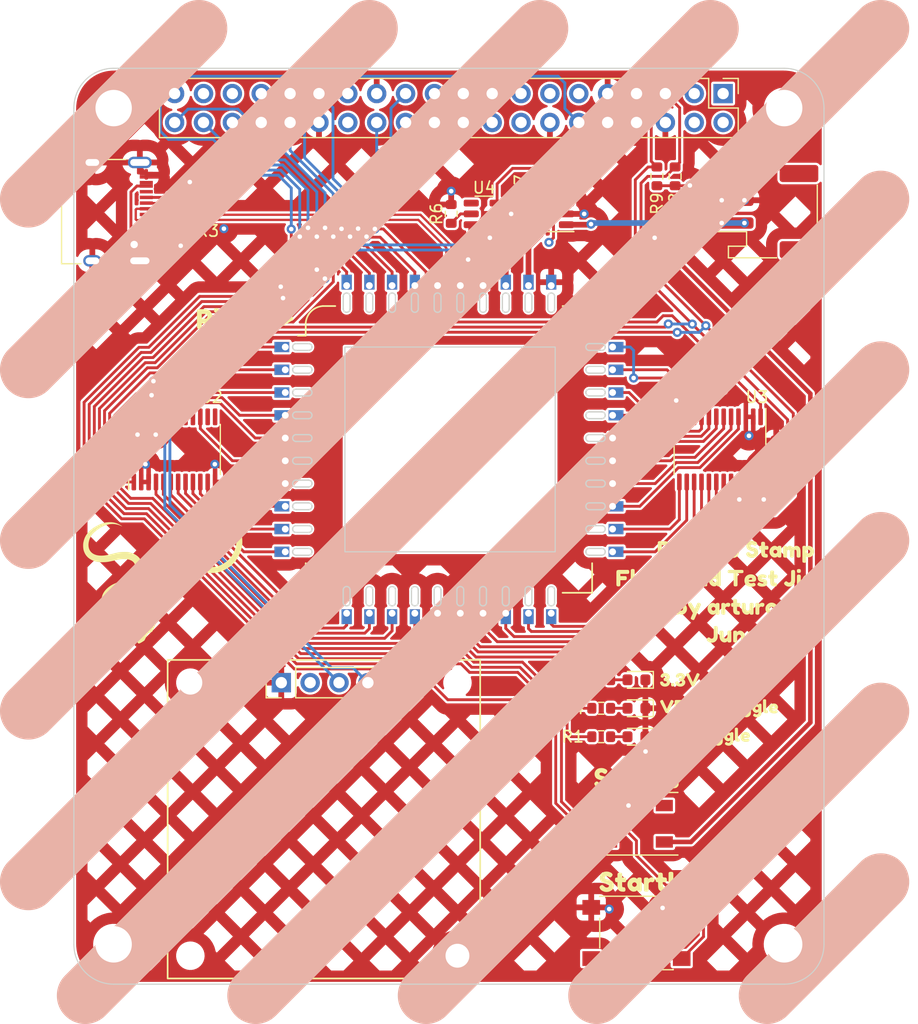
<source format=kicad_pcb>
(kicad_pcb (version 20210424) (generator pcbnew)
  (layers (0 "F.Cu" signal) (1 "In1.Cu" power "GND.Cu") (2 "In2.Cu" power "PWR.Cu") (31 "B.Cu" signal) (34 "B.Paste" user) (35 "F.Paste" user) (36 "B.SilkS" user "B.Silkscreen") (37 "F.SilkS" user "F.Silkscreen") (38 "B.Mask" user) (39 "F.Mask" user) (44 "Edge.Cuts" user))
  (net 0 "")
  (net 1 "+5V")
  (net 2 "Net-(D1-Pad2)")
  (net 3 "Net-(D2-Pad2)")
  (net 4 "Net-(D3-Pad2)")
  (net 5 "GND")
  (net 6 "Net-(J41-PadB5)")
  (net 8 "Net-(J41-PadA5)")
  (net 10 "+3V3")
  (net 12 "/3.3V_OUT")
  (net 14 "/5V_IN")
  (net 30 "/GPIO0")
  (net 31 "/GPIO1")
  (net 32 "/VBAT")
  (net 33 "/GPIO2")
  (net 34 "/GPIO3")
  (net 35 "/BOOTSEL")
  (net 36 "/GPIO4")
  (net 37 "/GPIO5")
  (net 38 "/~RESET~")
  (net 39 "/GPIO6")
  (net 40 "/GPIO7")
  (net 41 "/USB_D-")
  (net 42 "/GPIO8")
  (net 43 "/USB_D+")
  (net 44 "/GPIO9")
  (net 45 "/GPIO10")
  (net 46 "/SWDIO")
  (net 47 "/GPIO11")
  (net 48 "/SWCLK")
  (net 49 "/GPIO12")
  (net 50 "/GPIO13")
  (net 51 "/GPIO14")
  (net 52 "/GPIO15")
  (net 53 "/GPIO16")
  (net 54 "/GPIO17")
  (net 55 "/GPIO18")
  (net 56 "/GPIO19")
  (net 57 "/GPIO20")
  (net 58 "/GPIO21")
  (net 59 "/GPIO22")
  (net 60 "/GPIO23")
  (net 61 "/GPIO24")
  (net 62 "/GPIO25")
  (net 63 "/GPIO26")
  (net 64 "/GPIO27")
  (net 65 "/GPIO28")
  (net 66 "+BATT")
  (net 67 "/GPIO29")
  (net 68 "/5V_TOGGLE")
  (net 69 "/VBAT_TOGGLE")
  (net 70 "/NEOPIXEL")
  (net 72 "/BUTTON")
  (net 73 "/SDA")
  (net 74 "/SCL")
  (net 75 "/INT_A")
  (net 76 "/INT_B")
  (net 79 "Net-(R6-Pad2)")
  (net 80 "Net-(R7-Pad2)")
  (footprint "Connector_Extra:StampSpring_1x01_P1.00mm_Vertical" (layer "F.Cu") (at 153 116.4 90)
    (fp_text reference "J25" hide)
    (fp_text value "Conn_01x01")
    (fp_line (start 2.05 -0.3) (end 0.95 -0.3) (layer "Edge.Cuts") (width 0.12))
    (fp_line (start 0.95 0.3) (end 2.05 0.3) (layer "Edge.Cuts") (width 0.12))
    (fp_arc (start 2.05 0) (end 2.05 0.3) (angle -180) (layer "Edge.Cuts") (width 0.12))
    (fp_arc (start 0.95 0) (end 0.95 -0.3) (angle -180) (layer "Edge.Cuts") (width 0.12))
  )
  (footprint "Connector_Extra:StampSpring_1x01_P1.00mm_Vertical" (layer "F.Cu") (at 147 116.4 90)
    (fp_text reference "J22" hide)
    (fp_text value "Conn_01x01")
    (fp_line (start 0.95 0.3) (end 2.05 0.3) (layer "Edge.Cuts") (width 0.12))
    (fp_line (start 2.05 -0.3) (end 0.95 -0.3) (layer "Edge.Cuts") (width 0.12))
    (fp_arc (start 2.05 0) (end 2.05 0.3) (angle -180) (layer "Edge.Cuts") (width 0.12))
    (fp_arc (start 0.95 0) (end 0.95 -0.3) (angle -180) (layer "Edge.Cuts") (width 0.12))
  )
  (footprint "Connector_PinHeader_2.54mm:PinHeader_1x04_P2.54mm_Vertical" (layer "F.Cu") (at 137.25 122.5 90)
    (fp_text reference "J44" hide)
    (fp_text value "Conn_OLED")
  )
  (footprint "Connector_Extra:StampSpring_1x01_P1.00mm_Vertical" (layer "F.Cu") (at 137.599999 93)
    (fp_text reference "J2" hide)
    (fp_text value "Conn_01x01")
    (fp_line (start 0.95 0.3) (end 2.05 0.3) (layer "Edge.Cuts") (width 0.12))
    (fp_line (start 2.05 -0.3) (end 0.95 -0.3) (layer "Edge.Cuts") (width 0.12))
    (fp_arc (start 2.05 0) (end 2.05 0.3) (angle -180) (layer "Edge.Cuts") (width 0.12))
    (fp_arc (start 0.95 0) (end 0.95 -0.3) (angle -180) (layer "Edge.Cuts") (width 0.12))
  )
  (footprint "Connector_Extra:StampSpring_1x01_P1.00mm_Vertical" (layer "F.Cu") (at 148.999999 87.6 -90)
    (fp_text reference "J19" hide)
    (fp_text value "Conn_01x01")
    (fp_line (start 0.95 0.3) (end 2.05 0.3) (layer "Edge.Cuts") (width 0.12))
    (fp_line (start 2.05 -0.3) (end 0.95 -0.3) (layer "Edge.Cuts") (width 0.12))
    (fp_arc (start 2.05 0) (end 2.05 0.3) (angle -180) (layer "Edge.Cuts") (width 0.12))
    (fp_arc (start 0.95 0) (end 0.95 -0.3) (angle -180) (layer "Edge.Cuts") (width 0.12))
  )
  (footprint "Package_TO_SOT_SMD:SOT-23-6" (layer "F.Cu") (at 161.2 81.3 180)
    (fp_text reference "U5")
    (fp_text value "TPS255xDBV")
  )
  (footprint "Connector_Extra:StampSpring_1x01_P1.00mm_Vertical" (layer "F.Cu") (at 137.6 95)
    (fp_text reference "J4" hide)
    (fp_text value "Conn_01x01")
    (fp_line (start 0.95 0.3) (end 2.05 0.3) (layer "Edge.Cuts") (width 0.12))
    (fp_line (start 2.05 -0.3) (end 0.95 -0.3) (layer "Edge.Cuts") (width 0.12))
    (fp_arc (start 0.95 0) (end 0.95 -0.3) (angle -180) (layer "Edge.Cuts") (width 0.12))
    (fp_arc (start 2.05 0) (end 2.05 0.3) (angle -180) (layer "Edge.Cuts") (width 0.12))
  )
  (footprint "Connector_Extra:StampSpring_1x01_P1.00mm_Vertical" (layer "F.Cu") (at 166.4 99 180)
    (fp_text reference "J36" hide)
    (fp_text value "Conn_01x01")
    (fp_line (start 2.05 -0.3) (end 0.95 -0.3) (layer "Edge.Cuts") (width 0.12))
    (fp_line (start 0.95 0.3) (end 2.05 0.3) (layer "Edge.Cuts") (width 0.12))
    (fp_arc (start 0.95 0) (end 0.95 -0.3) (angle -180) (layer "Edge.Cuts") (width 0.12))
    (fp_arc (start 2.05 0) (end 2.05 0.3) (angle -180) (layer "Edge.Cuts") (width 0.12))
  )
  (footprint "Connector_Extra:StampSpring_1x01_P1.00mm_Vertical" (layer "F.Cu") (at 166.399999 109 180)
    (fp_text reference "J31" hide)
    (fp_text value "Conn_01x01")
    (fp_line (start 0.95 0.3) (end 2.05 0.3) (layer "Edge.Cuts") (width 0.12))
    (fp_line (start 2.05 -0.3) (end 0.95 -0.3) (layer "Edge.Cuts") (width 0.12))
    (fp_arc (start 2.05 0) (end 2.05 0.3) (angle -180) (layer "Edge.Cuts") (width 0.12))
    (fp_arc (start 0.95 0) (end 0.95 -0.3) (angle -180) (layer "Edge.Cuts") (width 0.12))
  )
  (footprint "Connector_Extra:StampSpring_1x01_P1.00mm_Vertical" (layer "F.Cu") (at 145 116.4 90)
    (fp_text reference "J20" hide)
    (fp_text value "Conn_01x01")
    (fp_line (start 2.05 -0.3) (end 0.95 -0.3) (layer "Edge.Cuts") (width 0.12))
    (fp_line (start 0.95 0.3) (end 2.05 0.3) (layer "Edge.Cuts") (width 0.12))
    (fp_arc (start 0.95 0) (end 0.95 -0.3) (angle -180) (layer "Edge.Cuts") (width 0.12))
    (fp_arc (start 2.05 0) (end 2.05 0.3) (angle -180) (layer "Edge.Cuts") (width 0.12))
  )
  (footprint "svg2mod" (layer "F.Cu") (at 175.768751 124.75)
    (fp_text reference "svg2mod" hide)
    (fp_text value "G***" hide)
  )
  (footprint "Resistor_SMD:R_0603_1608Metric" (layer "F.Cu") (at 171.9 78 90)
    (fp_text reference "R8")
    (fp_text value "4.7K")
  )
  (footprint "Package_TO_SOT_SMD:SOT-23-6" (layer "F.Cu") (at 155.1 81.3 180)
    (fp_text reference "U4")
    (fp_text value "TPS255xDBV")
  )
  (footprint "Resistor_SMD:R_0603_1608Metric" (layer "F.Cu") (at 128.4 82.8)
    (fp_text reference "R3")
    (fp_text value "5.1K")
  )
  (footprint "Package_SO:TSSOP-24_4.4x7.8mm_P0.65mm" (layer "F.Cu") (at 175.85 102 -90)
    (fp_text reference "U3")
    (fp_text value "PCA9555PW")
  )
  (footprint "Connector_Extra:StampSpring_1x01_P1.00mm_Vertical" (layer "F.Cu") (at 137.6 109)
    (fp_text reference "J15" hide)
    (fp_text value "Conn_01x01")
    (fp_line (start 2.05 -0.3) (end 0.95 -0.3) (layer "Edge.Cuts") (width 0.12))
    (fp_line (start 0.95 0.3) (end 2.05 0.3) (layer "Edge.Cuts") (width 0.12))
    (fp_arc (start 2.05 0) (end 2.05 0.3) (angle -180) (layer "Edge.Cuts") (width 0.12))
    (fp_arc (start 0.95 0) (end 0.95 -0.3) (angle -180) (layer "Edge.Cuts") (width 0.12))
  )
  (footprint "MountingHole:MountingHole_3.2mm_M3" (layer "F.Cu") (at 181.5 145.5 180)
    (fp_text reference "H1" hide)
    (fp_text value "MountingHole")
  )
  (footprint "Connector_Extra:StampSpring_1x01_P1.00mm_Vertical" (layer "F.Cu") (at 147 87.6 -90)
    (fp_text reference "J21" hide)
    (fp_text value "Conn_01x01")
    (fp_line (start 0.95 0.3) (end 2.05 0.3) (layer "Edge.Cuts") (width 0.12))
    (fp_line (start 2.05 -0.3) (end 0.95 -0.3) (layer "Edge.Cuts") (width 0.12))
    (fp_arc (start 0.95 0) (end 0.95 -0.3) (angle -180) (layer "Edge.Cuts") (width 0.12))
    (fp_arc (start 2.05 0) (end 2.05 0.3) (angle -180) (layer "Edge.Cuts") (width 0.12))
  )
  (footprint "Connector_JST:JST_PH_S2B-PH-SM4-TB_1x02-1MP_P2.00mm_Horizontal" (layer "F.Cu") (at 179.9 81.1 90)
    (fp_text reference "J43" hide)
    (fp_text value "Conn_Batt")
  )
  (footprint "Connector_Extra:StampSpring_1x01_P1.00mm_Vertical" (layer "F.Cu") (at 166.4 95 180)
    (fp_text reference "J38" hide)
    (fp_text value "Conn_01x01")
    (fp_line (start 2.05 -0.3) (end 0.95 -0.3) (layer "Edge.Cuts") (width 0.12))
    (fp_line (start 0.95 0.3) (end 2.05 0.3) (layer "Edge.Cuts") (width 0.12))
    (fp_arc (start 0.95 0) (end 0.95 -0.3) (angle -180) (layer "Edge.Cuts") (width 0.12))
    (fp_arc (start 2.05 0) (end 2.05 0.3) (angle -180) (layer "Edge.Cuts") (width 0.12))
  )
  (footprint "Connector_Extra:StampSpring_1x01_P1.00mm_Vertical" (layer "F.Cu") (at 137.599999 107)
    (fp_text reference "J13" hide)
    (fp_text value "Conn_01x01")
    (fp_line (start 0.95 0.3) (end 2.05 0.3) (layer "Edge.Cuts") (width 0.12))
    (fp_line (start 2.05 -0.3) (end 0.95 -0.3) (layer "Edge.Cuts") (width 0.12))
    (fp_arc (start 2.05 0) (end 2.05 0.3) (angle -180) (layer "Edge.Cuts") (width 0.12))
    (fp_arc (start 0.95 0) (end 0.95 -0.3) (angle -180) (layer "Edge.Cuts") (width 0.12))
  )
  (footprint "Connector_Extra:StampSpring_1x01_P1.00mm_Vertical" (layer "F.Cu") (at 137.599999 97)
    (fp_text reference "J6" hide)
    (fp_text value "Conn_01x01")
    (fp_line (start 0.95 0.3) (end 2.05 0.3) (layer "Edge.Cuts") (width 0.12))
    (fp_line (start 2.05 -0.3) (end 0.95 -0.3) (layer "Edge.Cuts") (width 0.12))
    (fp_arc (start 2.05 0) (end 2.05 0.3) (angle -180) (layer "Edge.Cuts") (width 0.12))
    (fp_arc (start 0.95 0) (end 0.95 -0.3) (angle -180) (layer "Edge.Cuts") (width 0.12))
  )
  (footprint "Connector_Extra:StampSpring_1x01_P1.00mm_Vertical" (layer "F.Cu") (at 149 116.4 90)
    (fp_text reference "J23" hide)
    (fp_text value "Conn_01x01")
    (fp_line (start 0.95 0.3) (end 2.05 0.3) (layer "Edge.Cuts") (width 0.12))
    (fp_line (start 2.05 -0.3) (end 0.95 -0.3) (layer "Edge.Cuts") (width 0.12))
    (fp_arc (start 0.95 0) (end 0.95 -0.3) (angle -180) (layer "Edge.Cuts") (width 0.12))
    (fp_arc (start 2.05 0) (end 2.05 0.3) (angle -180) (layer "Edge.Cuts") (width 0.12))
  )
  (footprint "Connector_Extra:StampSpring_1x01_P1.00mm_Vertical" (layer "F.Cu") (at 137.599999 111)
    (fp_text reference "J17" hide)
    (fp_text value "Conn_01x01")
    (fp_line (start 0.95 0.3) (end 2.05 0.3) (layer "Edge.Cuts") (width 0.12))
    (fp_line (start 2.05 -0.3) (end 0.95 -0.3) (layer "Edge.Cuts") (width 0.12))
    (fp_arc (start 2.05 0) (end 2.05 0.3) (angle -180) (layer "Edge.Cuts") (width 0.12))
    (fp_arc (start 0.95 0) (end 0.95 -0.3) (angle -180) (layer "Edge.Cuts") (width 0.12))
  )
  (footprint "Package_SO:TSSOP-24_4.4x7.8mm_P0.65mm" (layer "F.Cu") (at 127.85 102.000001 90)
    (fp_text reference "U2")
    (fp_text value "PCA9555PW")
  )
  (footprint "MountingHole:MountingHole_2.1mm" (layer "F.Cu") (at 129.25 146.5)
    (fp_text reference "REF**" hide)
    (fp_text value "MountingHole_2.1mm")
  )
  (footprint "Connector_Extra:StampSpring_1x01_P1.00mm_Vertical" (layer "F.Cu") (at 137.6 99)
    (fp_text reference "J7" hide)
    (fp_text value "Conn_01x01")
    (fp_line (start 0.95 0.3) (end 2.05 0.3) (layer "Edge.Cuts") (width 0.12))
    (fp_line (start 2.05 -0.3) (end 0.95 -0.3) (layer "Edge.Cuts") (width 0.12))
    (fp_arc (start 2.05 0) (end 2.05 0.3) (angle -180) (layer "Edge.Cuts") (width 0.12))
    (fp_arc (start 0.95 0) (end 0.95 -0.3) (angle -180) (layer "Edge.Cuts") (width 0.12))
  )
  (footprint "Connector_Extra:StampSpring_1x01_P1.00mm_Vertical" (layer "F.Cu") (at 166.4 101 180)
    (fp_text reference "J35" hide)
    (fp_text value "Conn_01x01")
    (fp_line (start 0.95 0.3) (end 2.05 0.3) (layer "Edge.Cuts") (width 0.12))
    (fp_line (start 2.05 -0.3) (end 0.95 -0.3) (layer "Edge.Cuts") (width 0.12))
    (fp_arc (start 0.95 0) (end 0.95 -0.3) (angle -180) (layer "Edge.Cuts") (width 0.12))
    (fp_arc (start 2.05 0) (end 2.05 0.3) (angle -180) (layer "Edge.Cuts") (width 0.12))
  )
  (footprint "Resistor_SMD:R_0603_1608Metric" (layer "F.Cu") (at 170.3 78 90)
    (fp_text reference "R9")
    (fp_text value "4.7K")
  )
  (footprint "Connector_Extra:StampSpring_1x01_P1.00mm_Vertical" (layer "F.Cu") (at 137.6 105)
    (fp_text reference "J12" hide)
    (fp_text value "Conn_01x01")
    (fp_line (start 0.95 0.3) (end 2.05 0.3) (layer "Edge.Cuts") (width 0.12))
    (fp_line (start 2.05 -0.3) (end 0.95 -0.3) (layer "Edge.Cuts") (width 0.12))
    (fp_arc (start 0.95 0) (end 0.95 -0.3) (angle -180) (layer "Edge.Cuts") (width 0.12))
    (fp_arc (start 2.05 0) (end 2.05 0.3) (angle -180) (layer "Edge.Cuts") (width 0.12))
  )
  (footprint "Resistor_SMD:R_0603_1608Metric" (layer "F.Cu") (at 158.3 81.3 -90)
    (fp_text reference "R7")
    (fp_text value "2K")
  )
  (footprint "LED_SMD:LED_0603_1608Metric" (layer "F.Cu") (at 168.5 124.75 180)
    (fp_text reference "D2" hide)
    (fp_text value "LED_VBAT_TGL")
  )
  (footprint "Connector_Extra:StampSpring_1x01_P1.00mm_Vertical" (layer "F.Cu") (at 161 87.6 -90)
    (fp_text reference "J39" hide)
    (fp_text value "Conn_01x01")
    (fp_line (start 0.95 0.3) (end 2.05 0.3) (layer "Edge.Cuts") (width 0.12))
    (fp_line (start 2.05 -0.3) (end 0.95 -0.3) (layer "Edge.Cuts") (width 0.12))
    (fp_arc (start 0.95 0) (end 0.95 -0.3) (angle -180) (layer "Edge.Cuts") (width 0.12))
    (fp_arc (start 2.05 0) (end 2.05 0.3) (angle -180) (layer "Edge.Cuts") (width 0.12))
  )
  (footprint "Connector_Extra:StampSpring_1x01_P1.00mm_Vertical" (layer "F.Cu") (at 145 87.6 -90)
    (fp_text reference "J11" hide)
    (fp_text value "Conn_01x01")
    (fp_line (start 2.05 -0.3) (end 0.95 -0.3) (layer "Edge.Cuts") (width 0.12))
    (fp_line (start 0.95 0.3) (end 2.05 0.3) (layer "Edge.Cuts") (width 0.12))
    (fp_arc (start 0.95 0) (end 0.95 -0.3) (angle -180) (layer "Edge.Cuts") (width 0.12))
    (fp_arc (start 2.05 0) (end 2.05 0.3) (angle -180) (layer "Edge.Cuts") (width 0.12))
  )
  (footprint "Connector_Extra:StampSpring_1x01_P1.00mm_Vertical" (layer "F.Cu") (at 137.6 102.999999)
    (fp_text reference "J10" hide)
    (fp_text value "Conn_01x01")
    (fp_line (start 0.95 0.3) (end 2.05 0.3) (layer "Edge.Cuts") (width 0.12))
    (fp_line (start 2.05 -0.3) (end 0.95 -0.3) (layer "Edge.Cuts") (width 0.12))
    (fp_arc (start 2.05 0) (end 2.05 0.3) (angle -180) (layer "Edge.Cuts") (width 0.12))
    (fp_arc (start 0.95 0) (end 0.95 -0.3) (angle -180) (layer "Edge.Cuts") (width 0.12))
  )
  (footprint "MountingHole:MountingHole_3.2mm_M3" (layer "F.Cu") (at 122.5 145.5 180)
    (fp_text reference "H3" hide)
    (fp_text value "MountingHole")
  )
  (footprint "svg2mod" (layer "F.Cu") (at 175.429336 113.5)
    (fp_text reference "svg2mod" hide)
    (fp_text value "G***" hide)
  )
  (footprint "Connector_Extra:StampSpring_1x01_P1.00mm_Vertical" (layer "F.Cu") (at 166.399999 105 180)
    (fp_text reference "J33" hide)
    (fp_text value "Conn_01x01")
    (fp_line (start 0.95 0.3) (end 2.05 0.3) (layer "Edge.Cuts") (width 0.12))
    (fp_line (start 2.05 -0.3) (end 0.95 -0.3) (layer "Edge.Cuts") (width 0.12))
    (fp_arc (start 0.95 0) (end 0.95 -0.3) (angle -180) (layer "Edge.Cuts") (width 0.12))
    (fp_arc (start 2.05 0) (end 2.05 0.3) (angle -180) (layer "Edge.Cuts") (width 0.12))
  )
  (footprint "Connector_Extra:StampSpring_1x01_P1.00mm_Vertical" (layer "F.Cu") (at 161 116.4 90)
    (fp_text reference "J29" hide)
    (fp_text value "Conn_01x01")
    (fp_line (start 2.05 -0.3) (end 0.95 -0.3) (layer "Edge.Cuts") (width 0.12))
    (fp_line (start 0.95 0.3) (end 2.05 0.3) (layer "Edge.Cuts") (width 0.12))
    (fp_arc (start 0.95 0) (end 0.95 -0.3) (angle -180) (layer "Edge.Cuts") (width 0.12))
    (fp_arc (start 2.05 0) (end 2.05 0.3) (angle -180) (layer "Edge.Cuts") (width 0.12))
  )
  (footprint "MountingHole:MountingHole_2.1mm" (layer "F.Cu") (at 152.75 122.5)
    (fp_text reference "REF**" hide)
    (fp_text value "MountingHole_2.1mm")
  )
  (footprint "Resistor_SMD:R_0603_1608Metric" (layer "F.Cu") (at 152.2 81.3 -90)
    (fp_text reference "R6")
    (fp_text value "2K")
  )
  (footprint "RP2040_Stamp:RP2040_Stamp_SMD" (layer "F.Cu") (at 152 102)
    (fp_text reference "U1" hide)
    (fp_text value "RP2040_Stamp")
  )
  (footprint "MountingHole:MountingHole_2.1mm" (layer "F.Cu") (at 152.75 146.5)
    (fp_text reference "REF**" hide)
    (fp_text value "MountingHole_2.1mm")
  )
  (footprint "Resistor_SMD:R_0603_1608Metric" (layer "F.Cu") (at 165.400001 124.75 180)
    (fp_text reference "R4")
    (fp_text value "1K")
  )
  (footprint "Capacitor_SMD:C_0603_1608Metric" (layer "F.Cu") (at 123 102.000001 -90)
    (fp_text reference "C1")
    (fp_text value "0.1uF")
  )
  (footprint "svg2mod" (layer "F.Cu") (at 178.015969 116)
    (fp_text reference "svg2mod" hide)
    (fp_text value "G***" hide)
  )
  (footprint "Connector_PinHeader_2.54mm:PinHeader_2x20_P2.54mm_Vertical" (layer "F.Cu") (at 176.125 70.725 -90)
    (fp_text reference "J42" hide)
    (fp_text value "Raspberry_Pi_2_3")
  )
  (footprint "Resistor_SMD:R_0603_1608Metric" (layer "F.Cu") (at 165.4 122.25 180)
    (fp_text reference "R5")
    (fp_text value "1K")
  )
  (footprint "Connector_Extra:StampSpring_1x01_P1.00mm_Vertical" (layer "F.Cu") (at 159 87.6 -90)
    (fp_text reference "J5" hide)
    (fp_text value "Conn_01x01")
    (fp_line (start 2.05 -0.3) (end 0.95 -0.3) (layer "Edge.Cuts") (width 0.12))
    (fp_line (start 0.95 0.3) (end 2.05 0.3) (layer "Edge.Cuts") (width 0.12))
    (fp_arc (start 0.95 0) (end 0.95 -0.3) (angle -180) (layer "Edge.Cuts") (width 0.12))
    (fp_arc (start 2.05 0) (end 2.05 0.3) (angle -180) (layer "Edge.Cuts") (width 0.12))
  )
  (footprint "Capacitor_SMD:C_0603_1608Metric" (layer "F.Cu") (at 180.8 102.000001 90)
    (fp_text reference "C2")
    (fp_text value "0.1uF")
  )
  (footprint "Connector_Extra:StampSpring_1x01_P1.00mm_Vertical" (layer "F.Cu") (at 166.4 107 180)
    (fp_text reference "J32" hide)
    (fp_text value "Conn_01x01")
    (fp_line (start 0.95 0.3) (end 2.05 0.3) (layer "Edge.Cuts") (width 0.12))
    (fp_line (start 2.05 -0.3) (end 0.95 -0.3) (layer "Edge.Cuts") (width 0.12))
    (fp_arc (start 0.95 0) (end 0.95 -0.3) (angle -180) (layer "Edge.Cuts") (width 0.12))
    (fp_arc (start 2.05 0) (end 2.05 0.3) (angle -180) (layer "Edge.Cuts") (width 0.12))
  )
  (footprint "Resistor_SMD:R_0603_1608Metric" (layer "F.Cu") (at 128.4 79.899999)
    (fp_text reference "R2")
    (fp_text value "5.1K")
  )
  (footprint "Connector_Extra:StampSpring_1x01_P1.00mm_Vertical" (layer "F.Cu") (at 137.6 101)
    (fp_text reference "J9" hide)
    (fp_text value "Conn_01x01")
    (fp_line (start 2.05 -0.3) (end 0.95 -0.3) (layer "Edge.Cuts") (width 0.12))
    (fp_line (start 0.95 0.3) (end 2.05 0.3) (layer "Edge.Cuts") (width 0.12))
    (fp_arc (start 2.05 0) (end 2.05 0.3) (angle -180) (layer "Edge.Cuts") (width 0.12))
    (fp_arc (start 0.95 0) (end 0.95 -0.3) (angle -180) (layer "Edge.Cuts") (width 0.12))
  )
  (footprint "svg2mod" (layer "F.Cu") (at 173.96875 122.25)
    (fp_text reference "svg2mod" hide)
    (fp_text value "G***" hide)
  )
  (footprint "Connector_Extra:StampSpring_1x01_P1.00mm_Vertical" (layer "F.Cu") (at 143 116.4 90)
    (fp_text reference "J18" hide)
    (fp_text value "Conn_01x01")
    (fp_line (start 0.95 0.3) (end 2.05 0.3) (layer "Edge.Cuts") (width 0.12))
    (fp_line (start 2.05 -0.3) (end 0.95 -0.3) (layer "Edge.Cuts") (width 0.12))
    (fp_arc (start 2.05 0) (end 2.05 0.3) (angle -180) (layer "Edge.Cuts") (width 0.12))
    (fp_arc (start 0.95 0) (end 0.95 -0.3) (angle -180) (layer "Edge.Cuts") (width 0.12))
  )
  (footprint "Connector_Extra:StampSpring_1x01_P1.00mm_Vertical" (layer "F.Cu") (at 157 116.4 90)
    (fp_text reference "J27" hide)
    (fp_text value "Conn_01x01")
    (fp_line (start 0.95 0.3) (end 2.05 0.3) (layer "Edge.Cuts") (width 0.12))
    (fp_line (start 2.05 -0.3) (end 0.95 -0.3) (layer "Edge.Cuts") (width 0.12))
    (fp_arc (start 0.95 0) (end 0.95 -0.3) (angle -180) (layer "Edge.Cuts") (width 0.12))
    (fp_arc (start 2.05 0) (end 2.05 0.3) (angle -180) (layer "Edge.Cuts") (width 0.12))
  )
  (footprint "Connector_Extra:StampSpring_1x01_P1.00mm_Vertical" (layer "F.Cu") (at 166.4 97 180)
    (fp_text reference "J37" hide)
    (fp_text value "Conn_01x01")
    (fp_line (start 0.95 0.3) (end 2.05 0.3) (layer "Edge.Cuts") (width 0.12))
    (fp_line (start 2.05 -0.3) (end 0.95 -0.3) (layer "Edge.Cuts") (width 0.12))
    (fp_arc (start 2.05 0) (end 2.05 0.3) (angle -180) (layer "Edge.Cuts") (width 0.12))
    (fp_arc (start 0.95 0) (end 0.95 -0.3) (angle -180) (layer "Edge.Cuts") (width 0.12))
  )
  (footprint "MountingHole:MountingHole_3.2mm_M3" (layer "F.Cu") (at 181.5 72 180)
    (fp_text reference "H4" hide)
    (fp_text value "MountingHole")
  )
  (footprint "LED_SMD:LED_0603_1608Metric" (layer "F.Cu") (at 168.5 122.25 180)
    (fp_text reference "D3" hide)
    (fp_text value "LED_VBAT_TGL")
  )
  (footprint "Button_Switch_SMD:SW_SPST_PTS645" (layer "F.Cu") (at 168.5 144.5 180)
    (fp_text reference "SW1" hide)
    (fp_text value "BTN_START")
  )
  (footprint "svg2mod" (layer "F.Cu") (at 136.1 90.500001 180)
    (fp_text reference "svg2mod" hide)
    (fp_text value "G***" hide)
  )
  (footprint "Connector_Extra:StampSpring_1x01_P1.00mm_Vertical" (layer "F.Cu") (at 159 116.4 90)
    (fp_text reference "J28" hide)
    (fp_text value "Conn_01x01")
    (fp_line (start 2.05 -0.3) (end 0.95 -0.3) (layer "Edge.Cuts") (width 0.12))
    (fp_line (start 0.95 0.3) (end 2.05 0.3) (layer "Edge.Cuts") (width 0.12))
    (fp_arc (start 0.95 0) (end 0.95 -0.3) (angle -180) (layer "Edge.Cuts") (width 0.12))
    (fp_arc (start 2.05 0) (end 2.05 0.3) (angle -180) (layer "Edge.Cuts") (width 0.12))
  )
  (footprint "svg2mod" (layer "F.Cu") (at 174.568751 127.25)
    (fp_text reference "svg2mod" hide)
    (fp_text value "G***" hide)
  )
  (footprint "Connector_Extra:StampSpring_1x01_P1.00mm_Vertical" (layer "F.Cu") (at 153 87.599999 -90)
    (fp_text reference "J14" hide)
    (fp_text value "Conn_01x01")
    (fp_line (start 0.95 0.3) (end 2.05 0.3) (layer "Edge.Cuts") (width 0.12))
    (fp_line (start 2.05 -0.3) (end 0.95 -0.3) (layer "Edge.Cuts") (width 0.12))
    (fp_arc (start 2.05 0) (end 2.05 0.3) (angle -180) (layer "Edge.Cuts") (width 0.12))
    (fp_arc (start 0.95 0) (end 0.95 -0.3) (angle -180) (layer "Edge.Cuts") (width 0.12))
  )
  (footprint "svg2mod" (layer "F.Cu") (at 179.397094 118.25)
    (fp_text reference "svg2mod" hide)
    (fp_text value "G***" hide)
  )
  (footprint "Connector_Extra:StampSpring_1x01_P1.00mm_Vertical" (layer "F.Cu") (at 166.4 93 180)
    (fp_text reference "J40" hide)
    (fp_text value "Conn_01x01")
    (fp_line (start 2.05 -0.3) (end 0.95 -0.3) (layer "Edge.Cuts") (width 0.12))
    (fp_line (start 0.95 0.3) (end 2.05 0.3) (layer "Edge.Cuts") (width 0.12))
    (fp_arc (start 0.95 0) (end 0.95 -0.3) (angle -180) (layer "Edge.Cuts") (width 0.12))
    (fp_arc (start 2.05 0) (end 2.05 0.3) (angle -180) (layer "Edge.Cuts") (width 0.12))
  )
  (footprint "MountingHole:MountingHole_2.1mm" (layer "F.Cu") (at 129.25 122.5)
    (fp_text reference "REF**" hide)
    (fp_text value "MountingHole_2.1mm")
  )
  (footprint "MountingHole:MountingHole_3.2mm_M3" (layer "F.Cu") (at 122.5 72 180)
    (fp_text reference "H2" hide)
    (fp_text value "MountingHole")
  )
  (footprint "LED_SMD:LED_WS2812B_PLCC4_5.0x5.0mm_P3.2mm" (layer "F.Cu") (at 168.5 134.9 180)
    (fp_text reference "D4" hide)
    (fp_text value "WS2812B")
  )
  (footprint "Connector_USB:USB_C_Receptacle_XKB_U262-16XN-4BVC11" (layer "F.Cu") (at 121.7 81.1 -90)
    (fp_text reference "J41" hide)
    (fp_text value "USB_C_Receptacle_USB2.0")
  )
  (footprint "Connector_Extra:StampSpring_1x01_P1.00mm_Vertical" (layer "F.Cu") (at 151 87.6 -90)
    (fp_text reference "J16" hide)
    (fp_text value "Conn_01x01")
    (fp_line (start 0.95 0.3) (end 2.05 0.3) (layer "Edge.Cuts") (width 0.12))
    (fp_line (start 2.05 -0.3) (end 0.95 -0.3) (layer "Edge.Cuts") (width 0.12))
    (fp_arc (start 2.05 0) (end 2.05 0.3) (angle -180) (layer "Edge.Cuts") (width 0.12))
    (fp_arc (start 0.95 0) (end 0.95 -0.3) (angle -180) (layer "Edge.Cuts") (width 0.12))
  )
  (footprint "Connector_Extra:StampSpring_1x01_P1.00mm_Vertical" (layer "F.Cu") (at 155 87.6 -90)
    (fp_text reference "J3" hide)
    (fp_text value "Conn_01x01")
    (fp_line (start 2.05 -0.3) (end 0.95 -0.3) (layer "Edge.Cuts") (width 0.12))
    (fp_line (start 0.95 0.3) (end 2.05 0.3) (layer "Edge.Cuts") (width 0.12))
    (fp_arc (start 0.95 0) (end 0.95 -0.3) (angle -180) (layer "Edge.Cuts") (width 0.12))
    (fp_arc (start 2.05 0) (end 2.05 0.3) (angle -180) (layer "Edge.Cuts") (width 0.12))
  )
  (footprint "Connector_Extra:StampSpring_1x01_P1.00mm_Vertical" (layer "F.Cu") (at 157.000001 87.6 -90)
    (fp_text reference "J1" hide)
    (fp_text value "Conn_01x01")
    (fp_line (start 0.95 0.3) (end 2.05 0.3) (layer "Edge.Cuts") (width 0.12))
    (fp_line (start 2.05 -0.3) (end 0.95 -0.3) (layer "Edge.Cuts") (width 0.12))
    (fp_arc (start 2.05 0) (end 2.05 0.3) (angle -180) (layer "Edge.Cuts") (width 0.12))
    (fp_arc (start 0.95 0) (end 0.95 -0.3) (angle -180) (layer "Edge.Cuts") (width 0.12))
  )
  (footprint "svg2mod" (layer "F.Cu") (at 168.5 140)
    (fp_text reference "svg2mod" hide)
    (fp_text value "G***" hide)
  )
  (footprint "Connector_Extra:StampSpring_1x01_P1.00mm_Vertical" (layer "F.Cu") (at 166.4 111 180)
    (fp_text reference "J30" hide)
    (fp_text value "Conn_01x01")
    (fp_line (start 0.95 0.3) (end 2.05 0.3) (layer "Edge.Cuts") (width 0.12))
    (fp_line (start 2.05 -0.3) (end 0.95 -0.3) (layer "Edge.Cuts") (width 0.12))
    (fp_arc (start 0.95 0) (end 0.95 -0.3) (angle -180) (layer "Edge.Cuts") (width 0.12))
    (fp_arc (start 2.05 0) (end 2.05 0.3) (angle -180) (layer "Edge.Cuts") (width 0.12))
  )
  (footprint "LED_SMD:LED_0603_1608Metric" (layer "F.Cu") (at 168.5 127.249999 180)
    (fp_text reference "D1" hide)
    (fp_text value "LED_5V_TGL")
  )
  (footprint "Connector_Extra:StampSpring_1x01_P1.00mm_Vertical" (layer "F.Cu") (at 155 116.4 90)
    (fp_text reference "J26" hide)
    (fp_text value "Conn_01x01")
    (fp_line (start 2.05 -0.3) (end 0.95 -0.3) (layer "Edge.Cuts") (width 0.12))
    (fp_line (start 0.95 0.3) (end 2.05 0.3) (layer "Edge.Cuts") (width 0.12))
    (fp_arc (start 0.95 0) (end 0.95 -0.3) (angle -180) (layer "Edge.Cuts") (width 0.12))
    (fp_arc (start 2.05 0) (end 2.05 0.3) (angle -180) (layer "Edge.Cuts") (width 0.12))
  )
  (footprint "Symbols_Extra:SolderParty-New-Logo_15x12.7mm_SilkScreen" (layer "F.Cu") (at 127.3 112.8)
    (fp_text reference "G***" hide)
    (fp_text value "LOGO" hide)
  )
  (footprint "Resistor_SMD:R_0603_1608Metric" (layer "F.Cu") (at 165.4 127.249999 180)
    (fp_text reference "R1")
    (fp_text value "1K")
  )
  (footprint "svg2mod" (layer "F.Cu") (at 177.25 111)
    (fp_text reference "svg2mod" hide)
    (fp_text value "G***" hide)
  )
  (footprint "Connector_Extra:StampSpring_1x01_P1.00mm_Vertical" (layer "F.Cu") (at 143 87.6 -90)
    (fp_text reference "J8" hide)
    (fp_text value "Conn_01x01")
    (fp_line (start 0.95 0.3) (end 2.05 0.3) (layer "Edge.Cuts") (width 0.12))
    (fp_line (start 2.05 -0.3) (end 0.95 -0.3) (layer "Edge.Cuts") (width 0.12))
    (fp_arc (start 2.05 0) (end 2.05 0.3) (angle -180) (layer "Edge.Cuts") (width 0.12))
    (fp_arc (start 0.95 0) (end 0.95 -0.3) (angle -180) (layer "Edge.Cuts") (width 0.12))
  )
  (footprint "svg2mod" (layer "F.Cu") (at 137.6 90.500001 180)
    (fp_text reference "svg2mod" hide)
    (fp_text value "G***" hide)
  )
  (footprint "Connector_Extra:StampSpring_1x01_P1.00mm_Vertical" (layer "F.Cu") (at 151 116.4 90)
    (fp_text reference "J24" hide)
    (fp_text value "Conn_01x01")
    (fp_line (start 0.95 0.3) (end 2.05 0.3) (layer "Edge.Cuts") (width 0.12))
    (fp_line (start 2.05 -0.3) (end 0.95 -0.3) (layer "Edge.Cuts") (width 0.12))
    (fp_arc (start 0.95 0) (end 0.95 -0.3) (angle -180) (layer "Edge.Cuts") (width 0.12))
    (fp_arc (start 2.05 0) (end 2.05 0.3) (angle -180) (layer "Edge.Cuts") (width 0.12))
  )
  (footprint "svg2mod" (layer "F.Cu") (at 168.5 130.9)
    (fp_text reference "svg2mod" hide)
    (fp_text value "G***" hide)
  )
  (footprint "Connector_Extra:StampSpring_1x01_P1.00mm_Vertical" (layer "F.Cu") (at 166.4 103 180)
    (fp_text reference "J34" hide)
    (fp_text value "Conn_01x01")
    (fp_line (start 0.95 0.3) (end 2.05 0.3) (layer "Edge.Cuts") (width 0.12))
    (fp_line (start 2.05 -0.3) (end 0.95 -0.3) (layer "Edge.Cuts") (width 0.12))
    (fp_arc (start 0.95 0) (end 0.95 -0.3) (angle -180) (layer "Edge.Cuts") (width 0.12))
    (fp_arc (start 2.05 0) (end 2.05 0.3) (angle -180) (layer "Edge.Cuts") (width 0.12))
  )
  (footprint "svg2mod" (layer "F.Cu") (at 132.3 90.500001)
    (fp_text reference "svg2mod" hide)
    (fp_text value "G***" hide)
  )
  (gr_line (start 115 110) (end 160 65) (layer "B.SilkS") (width 5))
  (gr_line (start 115 140) (end 190 65) (layer "B.SilkS") (width 5))
  (gr_line (start 165 150) (end 190 125) (layer "B.SilkS") (width 5))
  (gr_line (start 115 95) (end 145 65) (layer "B.SilkS") (width 5))
  (gr_line (start 120 150) (end 190 80) (layer "B.SilkS") (width 5))
  (gr_line (start 135 150) (end 190 95) (layer "B.SilkS") (width 5))
  (gr_line (start 115 125) (end 175 65) (layer "B.SilkS") (width 5))
  (gr_line (start 180 150) (end 190 140) (layer "B.SilkS") (width 5))
  (gr_line (start 150 150) (end 190 110) (layer "B.SilkS") (width 5))
  (gr_line (start 115 80) (end 130 65) (layer "B.SilkS") (width 5))
  (gr_rect (start 127.25 120.5) (end 154.75 148.5) (layer "F.SilkS") (width 0.15) (fill none))
  (gr_arc (start 122.5 72) (end 119 72) (angle 90) (layer "Edge.Cuts") (width 0.1))
  (gr_arc (start 181.5 72) (end 181.5 68.5) (angle 90) (layer "Edge.Cuts") (width 0.1))
  (gr_poly (pts (xy 142.85 93) (xy 161.349999 93) (xy 161.349999 111) (xy 142.85 111)) (layer "Edge.Cuts") (width 0.1) (fill none))
  (gr_line (start 122.5 68.5) (end 181.5 68.5) (layer "Edge.Cuts") (width 0.1))
  (gr_line (start 185 72) (end 185 145.5) (layer "Edge.Cuts") (width 0.1))
  (gr_line (start 119 145.5) (end 119 72) (layer "Edge.Cuts") (width 0.1))
  (gr_arc (start 181.5 145.5) (end 185 145.5) (angle 90) (layer "Edge.Cuts") (width 0.1))
  (gr_line (start 181.5 149) (end 122.5 149) (layer "Edge.Cuts") (width 0.1))
  (gr_arc (start 122.5 145.5) (end 122.5 149) (angle 90) (layer "Edge.Cuts") (width 0.1))
  (segment (start 128.4 84.1) (end 126.644511 84.1) (width 0.4) (layer "F.Cu") (net 1))
  (segment (start 126.644511 84.1) (end 125.944022 83.399511) (width 0.4) (layer "F.Cu") (net 1))
  (segment (start 125.944022 83.399511) (end 125.37 83.399511) (width 0.4) (layer "F.Cu") (net 1))
  (segment (start 183.8 97.1) (end 170.1 83.4) (width 0.4) (layer "F.Cu") (net 1))
  (segment (start 124.02097 79.37403) (end 124.02097 82.81009) (width 0.25) (layer "F.Cu") (net 1))
  (segment (start 156.2375 83.0625) (end 156.2375 82.25) (width 0.4) (layer "F.Cu") (net 1))
  (segment (start 155.9 83.4) (end 156.2375 83.0625) (width 0.4) (layer "F.Cu") (net 1))
  (segment (start 170.95 136.5) (end 173.3 136.5) (width 0.4) (layer "F.Cu") (net 1))
  (segment (start 173.3 136.5) (end 183.8 126) (width 0.4) (layer "F.Cu") (net 1))
  (segment (start 124.545 78.850001) (end 124.02097 79.37403) (width 0.25) (layer "F.Cu") (net 1))
  (segment (start 183.8 126) (end 183.8 97.1) (width 0.4) (layer "F.Cu") (net 1))
  (segment (start 124.02097 82.81009) (end 124.56088 83.35) (width 0.25) (layer "F.Cu") (net 1))
  (segment (start 125.37 78.850001) (end 124.545 78.850001) (width 0.25) (layer "F.Cu") (net 1))
  (segment (start 155.6 83.4) (end 155.9 83.4) (width 0.4) (layer "F.Cu") (net 1))
  (segment (start 124.56088 83.35) (end 125.37 83.35) (width 0.25) (layer "F.Cu") (net 1))
  (via (at 128.4 84.1) (size 0.8) (drill 0.4) (layers "F.Cu" "B.Cu") (net 1))
  (via (at 155.6 83.4) (size 0.8) (drill 0.4) (layers "F.Cu" "B.Cu") (net 1))
  (via (at 170.1 83.4) (size 0.8) (drill 0.4) (layers "F.Cu" "B.Cu") (net 1))
  (segment (start 167.712501 127.249999) (end 166.225 127.249999) (width 0.25) (layer "F.Cu") (net 2))
  (segment (start 167.7125 124.75) (end 166.225 124.75) (width 0.25) (layer "F.Cu") (net 3))
  (segment (start 167.7125 122.249999) (end 166.225 122.25) (width 0.25) (layer "F.Cu") (net 4))
  (segment (start 172.275 99.1375) (end 172.275 97.975) (width 0.25) (layer "F.Cu") (net 5))
  (segment (start 125.575 103.575) (end 125.3 103.3) (width 0.25) (layer "F.Cu") (net 5))
  (segment (start 172.275 97.975) (end 172 97.7) (width 0.25) (layer "F.Cu") (net 5))
  (segment (start 124.805 77.185) (end 125.37 77.75) (width 0.25) (layer "F.Cu") (net 5))
  (segment (start 125.575 104.8625) (end 125.575 103.575) (width 0.25) (layer "F.Cu") (net 5))
  (segment (start 123 102.774999) (end 124.775 102.775) (width 0.25) (layer "F.Cu") (net 5))
  (segment (start 178.775 100.425) (end 178.4 100.8) (width 0.25) (layer "F.Cu") (net 5))
  (segment (start 172.48 142.25) (end 170.85 142.25) (width 0.25) (layer "F.Cu") (net 5))
  (segment (start 124.805 76.78) (end 124.805 77.185) (width 0.25) (layer "F.Cu") (net 5))
  (segment (start 129.225 82.8) (end 130.8 82.799999) (width 0.25) (layer "F.Cu") (net 5))
  (segment (start 178.125 100.525001) (end 178.4 100.8) (width 0.25) (layer "F.Cu") (net 5))
  (segment (start 162.3375 81.3) (end 163.9 81.3) (width 0.4) (layer "F.Cu") (net 5))
  (segment (start 132.2 82.600001) (end 131 82.6) (width 0.25) (layer "F.Cu") (net 5))
  (segment (start 124.925 103.675) (end 125.3 103.3) (width 0.25) (layer "F.Cu") (net 5))
  (segment (start 124.775 102.775) (end 125.3 103.3) (width 0.25) (layer "F.Cu") (net 5))
  (segment (start 169.2875 127.249999) (end 169.2875 128.537499) (width 0.4) (layer "F.Cu") (net 5))
  (segment (start 170.85 142.25) (end 170.799999 142.3) (width 0.25) (layer "F.Cu") (net 5))
  (segment (start 169.2875 124.75) (end 169.2875 127.249999) (width 0.4) (layer "F.Cu") (net 5))
  (segment (start 178.825 101.225) (end 178.4 100.8) (width 0.25) (layer "F.Cu") (net 5))
  (segment (start 124.805 85.42) (end 124.805 85.015) (width 0.25) (layer "F.Cu") (net 5))
  (segment (start 180.8 101.225) (end 178.825 101.225) (width 0.25) (layer "F.Cu") (net 5))
  (segment (start 169.2875 124.75) (end 169.2875 122.25) (width 0.4) (layer "F.Cu") (net 5))
  (segment (start 131 82.6) (end 130.8 82.799999) (width 0.25) (layer "F.Cu") (net 5))
  (segment (start 156.2375 81.3) (end 157.475 81.3) (width 0.4) (layer "F.Cu") (net 5))
  (segment (start 124.805 85.015) (end 125.370001 84.45) (width 0.25) (layer "F.Cu") (net 5))
  (segment (start 152.2 80.475) (end 152.2 79.3) (width 0.4) (layer "F.Cu") (net 5))
  (segment (start 131.425 104.8625) (end 131.425 103.325) (width 0.25) (layer "F.Cu") (net 5))
  (segment (start 157.475 81.3) (end 158.3 80.475) (width 0.4) (layer "F.Cu") (net 5))
  (segment (start 129.225 79.899999) (end 129.225 78.525) (width 0.25) (layer "F.Cu") (net 5))
  (segment (start 131.425 103.325) (end 131.4 103.299999) (width 0.25) (layer "F.Cu") (net 5))
  (segment (start 165.95 142.25) (end 166.1 142.4) (width 0.25) (layer "F.Cu") (net 5))
  (segment (start 164.52 142.25) (end 165.95 142.25) (width 0.25) (layer "F.Cu") (net 5))
  (segment (start 126.225 100.675001) (end 126.2 100.7) (width 0.25) (layer "F.Cu") (net 5))
  (segment (start 178.125 99.1375) (end 178.125 100.525001) (width 0.25) (layer "F.Cu") (net 5))
  (segment (start 178.775 99.1375) (end 178.775 100.425) (width 0.25) (layer "F.Cu") (net 5))
  (segment (start 166.05 133.3) (end 167.8 133.3) (width 0.25) (layer "F.Cu") (net 5))
  (segment (start 129.225 78.525) (end 129.2 78.5) (width 0.25) (layer "F.Cu") (net 5))
  (segment (start 169.2875 128.537499) (end 169.3 128.549999) (width 0.4) (layer "F.Cu") (net 5))
  (segment (start 124.925 104.8625) (end 124.925 103.675) (width 0.25) (layer "F.Cu") (net 5))
  (segment (start 126.225 99.1375) (end 126.225 100.675001) (width 0.25) (layer "F.Cu") (net 5))
  (via (at 125.3 103.3) (size 0.8) (drill 0.4) (layers "F.Cu" "B.Cu") (net 5))
  (via (at 170.799999 142.3) (size 0.8) (drill 0.4) (layers "F.Cu" "B.Cu") (net 5))
  (via (at 166.1 142.4) (size 0.8) (drill 0.4) (layers "F.Cu" "B.Cu") (net 5))
  (via (at 178.4 100.8) (size 0.8) (drill 0.4) (layers "F.Cu" "B.Cu") (net 5))
  (via (at 152.2 79.3) (size 0.8) (drill 0.4) (layers "F.Cu" "B.Cu") (net 5))
  (via (at 132.2 82.600001) (size 0.8) (drill 0.4) (layers "F.Cu" "B.Cu") (net 5))
  (via (at 178 80.1) (size 0.8) (drill 0.4) (layers "F.Cu" "B.Cu") (net 5))
  (via (at 163.9 81.3) (size 0.8) (drill 0.4) (layers "F.Cu" "B.Cu") (net 5))
  (via (at 157.475 81.3) (size 0.8) (drill 0.4) (layers "F.Cu" "B.Cu") (net 5))
  (via (at 167.8 133.3) (size 0.8) (drill 0.4) (layers "F.Cu" "B.Cu") (net 5))
  (via (at 172 97.7) (size 0.8) (drill 0.4) (layers "F.Cu" "B.Cu") (net 5))
  (via (at 126.2 100.7) (size 0.8) (drill 0.4) (layers "F.Cu" "B.Cu") (net 5))
  (via (at 131.4 103.299999) (size 0.8) (drill 0.4) (layers "F.Cu" "B.Cu") (net 5))
  (via (at 129.2 78.5) (size 0.8) (drill 0.4) (layers "F.Cu" "B.Cu") (net 5))
  (via (at 169.3 128.549999) (size 0.8) (drill 0.4) (layers "F.Cu" "B.Cu") (net 5))
  (via (at 176 80.100001) (size 0.8) (drill 0.4) (layers "F.Cu" "B.Cu") (net 5))
  (segment (start 127.525 82.85) (end 125.37 82.85) (width 0.25) (layer "F.Cu") (net 6))
  (segment (start 127.525001 79.849999) (end 125.370001 79.85) (width 0.25) (layer "F.Cu") (net 8))
  (segment (start 179.425 106.125) (end 179.425 104.8625) (width 0.25) (layer "F.Cu") (net 10))
  (segment (start 173.175 78.825) (end 173.2 78.8) (width 0.25) (layer "F.Cu") (net 10))
  (segment (start 177.475 106.3255) (end 177.475 104.8625) (width 0.25) (layer "F.Cu") (net 10))
  (segment (start 171.9 78.825) (end 170.3 78.825) (width 0.25) (layer "F.Cu") (net 10))
  (segment (start 171.9 78.825) (end 173.175 78.825) (width 0.25) (layer "F.Cu") (net 10))
  (segment (start 179.425 103.475) (end 180.125 102.774999) (width 0.25) (layer "F.Cu") (net 10))
  (segment (start 124.275 100.375) (end 124.6 100.7) (width 0.25) (layer "F.Cu") (net 10))
  (segment (start 180.125 102.774999) (end 180.8 102.774999) (width 0.25) (layer "F.Cu") (net 10))
  (segment (start 179.425 104.8625) (end 179.425 103.475) (width 0.25) (layer "F.Cu") (net 10))
  (segment (start 124.075 101.225) (end 124.6 100.7) (width 0.25) (layer "F.Cu") (net 10))
  (segment (start 124.275 99.1375) (end 124.275 100.375) (width 0.25) (layer "F.Cu") (net 10))
  (segment (start 177.5495 106.4) (end 177.475 106.3255) (width 0.25) (layer "F.Cu") (net 10))
  (segment (start 123 101.225) (end 124.075 101.225) (width 0.25) (layer "F.Cu") (net 10))
  (segment (start 179.7 106.4) (end 179.425 106.125) (width 0.25) (layer "F.Cu") (net 10))
  (via (at 124.6 100.7) (size 0.8) (drill 0.4) (layers "F.Cu" "B.Cu") (net 10))
  (via (at 179.7 106.4) (size 0.8) (drill 0.4) (layers "F.Cu" "B.Cu") (net 10))
  (via (at 173.2 78.8) (size 0.8) (drill 0.4) (layers "F.Cu" "B.Cu") (net 10))
  (via (at 177.5495 106.4) (size 0.8) (drill 0.4) (layers "F.Cu" "B.Cu") (net 10))
  (segment (start 138.112842 90.35144) (end 139.6 88.864282) (width 0.25) (layer "F.Cu") (net 12))
  (segment (start 162.5726 120.2476) (end 154.376164 120.2476) (width 0.25) (layer "F.Cu") (net 12))
  (segment (start 121.69808 98.60192) (end 125.474031 94.825969) (width 0.25) (layer "F.Cu") (net 12))
  (segment (start 125.942846 106.3) (end 124.000001 106.3) (width 0.25) (layer "F.Cu") (net 12))
  (segment (start 153.626644 119.49808) (end 139.140926 119.49808) (width 0.25) (layer "F.Cu") (net 12))
  (segment (start 125.474031 94.825969) (end 126.338314 94.825969) (width 0.25) (layer "F.Cu") (net 12))
  (segment (start 139.6 88.864282) (end 139.6 82.5245) (width 0.25) (layer "F.Cu") (net 12))
  (segment (start 121.69808 103.998079) (end 121.69808 98.60192) (width 0.25) (layer "F.Cu") (net 12))
  (segment (start 124.000001 106.3) (end 121.69808 103.998079) (width 0.25) (layer "F.Cu") (net 12))
  (segment (start 130.812844 90.35144) (end 138.112842 90.35144) (width 0.25) (layer "F.Cu") (net 12))
  (segment (start 154.376164 120.2476) (end 153.626644 119.49808) (width 0.25) (layer "F.Cu") (net 12))
  (segment (start 164.575 122.25) (end 162.5726 120.2476) (width 0.25) (layer "F.Cu") (net 12))
  (segment (start 126.338314 94.825969) (end 130.812844 90.35144) (width 0.25) (layer "F.Cu") (net 12))
  (segment (start 139.140926 119.49808) (end 125.942846 106.3) (width 0.25) (layer "F.Cu") (net 12))
  (via (at 139.6 82.5245) (size 0.8) (drill 0.4) (layers "F.Cu" "B.Cu") (net 12))
  (segment (start 132.945 73.265) (end 132.945 74.445) (width 0.25) (layer "B.Cu") (net 12))
  (segment (start 137.372396 77.00096) (end 139.6 79.228564) (width 0.25) (layer "B.Cu") (net 12))
  (segment (start 155 87.6) (end 155 85.6) (width 0.25) (layer "B.Cu") (net 12))
  (segment (start 132.945 74.445) (end 135.50096 77.00096) (width 0.25) (layer "B.Cu") (net 12))
  (segment (start 155 85.6) (end 153.42501 84.02501) (width 0.25) (layer "B.Cu") (net 12))
  (segment (start 135.50096 77.00096) (end 137.372396 77.00096) (width 0.25) (layer "B.Cu") (net 12))
  (segment (start 140.075397 84.02501) (end 139.6 83.549613) (width 0.25) (layer "B.Cu") (net 12))
  (segment (start 139.6 83.549613) (end 139.6 82.5245) (width 0.25) (layer "B.Cu") (net 12))
  (segment (start 139.6 79.228564) (end 139.6 82.5245) (width 0.25) (layer "B.Cu") (net 12))
  (segment (start 153.42501 84.02501) (end 140.075397 84.02501) (width 0.25) (layer "B.Cu") (net 12))
  (segment (start 157.000001 86.200001) (end 157.000001 87.6) (width 0.5) (layer "F.Cu") (net 14))
  (segment (start 153.9625 82.25) (end 153.9625 83.1625) (width 0.5) (layer "F.Cu") (net 14))
  (segment (start 153.9625 83.1625) (end 157.000001 86.200001) (width 0.5) (layer "F.Cu") (net 14))
  (segment (start 126.875 96.832154) (end 126.875 99.1375) (width 0.25) (layer "F.Cu") (net 30))
  (segment (start 130.707154 93.000001) (end 126.875 96.832154) (width 0.25) (layer "F.Cu") (net 30))
  (segment (start 137.599999 93) (end 130.707154 93.000001) (width 0.25) (layer "F.Cu") (net 30))
  (segment (start 127.525 96.817872) (end 129.342872 95) (width 0.25) (layer "F.Cu") (net 31))
  (segment (start 127.525 99.1375) (end 127.525 96.817872) (width 0.25) (layer "F.Cu") (net 31))
  (segment (start 129.342872 95) (end 137.6 95) (width 0.25) (layer "F.Cu") (net 31))
  (segment (start 159 84.2) (end 160.0625 83.1375) (width 0.5) (layer "F.Cu") (net 32))
  (segment (start 159 87.6) (end 159 84.2) (width 0.5) (layer "F.Cu") (net 32))
  (segment (start 160.0625 83.1375) (end 160.0625 82.25) (width 0.5) (layer "F.Cu") (net 32))
  (segment (start 128.175 97.739282) (end 128.914282 97) (width 0.25) (layer "F.Cu") (net 33))
  (segment (start 128.175 99.1375) (end 128.175 97.739282) (width 0.25) (layer "F.Cu") (net 33))
  (segment (start 128.914282 97) (end 137.599999 97) (width 0.25) (layer "F.Cu") (net 33))
  (segment (start 133.585718 99) (end 137.6 99) (width 0.25) (layer "F.Cu") (net 34))
  (segment (start 128.825001 99.1375) (end 128.825 97.725) (width 0.25) (layer "F.Cu") (net 34))
  (segment (start 132.035238 97.449519) (end 133.585718 99) (width 0.25) (layer "F.Cu") (net 34))
  (segment (start 129.10048 97.44952) (end 132.035238 97.449519) (width 0.25) (layer "F.Cu") (net 34))
  (segment (start 128.825 97.725) (end 129.10048 97.44952) (width 0.25) (layer "F.Cu") (net 34))
  (segment (start 143 86.4) (end 142.549011 85.949011) (width 0.25) (layer "F.Cu") (net 35))
  (segment (start 142.549011 85.949011) (end 142.549011 82.611734) (width 0.25) (layer "F.Cu") (net 35))
  (segment (start 143 87.6) (end 143 86.4) (width 0.25) (layer "F.Cu") (net 35))
  (via (at 142.549011 82.611734) (size 0.8) (drill 0.4) (layers "F.Cu" "B.Cu") (net 35))
  (segment (start 142.549011 79.613294) (end 142.549011 82.611734) (width 0.25) (layer "B.Cu") (net 35))
  (segment (start 139.3 76.364283) (end 142.549011 79.613294) (width 0.25) (layer "B.Cu") (net 35))
  (segment (start 139.3 72) (end 139.3 76.364283) (width 0.25) (layer "B.Cu") (net 35))
  (segment (start 138.024999 70.725) (end 139.3 72) (width 0.25) (layer "B.Cu") (net 35))
  (segment (start 134.95 101) (end 137.6 101) (width 0.25) (layer "F.Cu") (net 36))
  (segment (start 131.85 97.9) (end 134.95 101) (width 0.25) (layer "F.Cu") (net 36))
  (segment (start 129.475 98.075) (end 129.65 97.9) (width 0.25) (layer "F.Cu") (net 36))
  (segment (start 129.475 99.1375) (end 129.475 98.075) (width 0.25) (layer "F.Cu") (net 36))
  (segment (start 129.65 97.9) (end 131.85 97.9) (width 0.25) (layer "F.Cu") (net 36))
  (segment (start 130.125 100.175) (end 132.95 103) (width 0.25) (layer "F.Cu") (net 37))
  (segment (start 132.95 103) (end 137.6 102.999999) (width 0.25) (layer "F.Cu") (net 37))
  (segment (start 130.124999 99.1375) (end 130.125 100.175) (width 0.25) (layer "F.Cu") (net 37))
  (segment (start 145 86.5) (end 143.3 84.8) (width 0.25) (layer "F.Cu") (net 38))
  (segment (start 143.3 84.8) (end 143.3 83.3) (width 0.25) (layer "F.Cu") (net 38))
  (segment (start 145 87.6) (end 145 86.5) (width 0.25) (layer "F.Cu") (net 38))
  (via (at 143.3 83.3) (size 0.8) (drill 0.4) (layers "F.Cu" "B.Cu") (net 38))
  (segment (start 143.3 83.3) (end 143.282244 83.282244) (width 0.25) (layer "B.Cu") (net 38))
  (segment (start 141.8 78.2) (end 141.8 71.959999) (width 0.25) (layer "B.Cu") (net 38))
  (segment (start 141.8 71.959999) (end 140.565 70.725) (width 0.25) (layer "B.Cu") (net 38))
  (segment (start 143.282244 79.682244) (end 141.8 78.2) (width 0.25) (layer "B.Cu") (net 38))
  (segment (start 143.282244 83.282244) (end 143.282244 79.682244) (width 0.25) (layer "B.Cu") (net 38))
  (segment (start 131.0625 106.200001) (end 132.55 106.2) (width 0.25) (layer "F.Cu") (net 39))
  (segment (start 130.775 104.8625) (end 130.775 105.9125) (width 0.25) (layer "F.Cu") (net 39))
  (segment (start 133.75 105) (end 137.6 105) (width 0.25) (layer "F.Cu") (net 39))
  (segment (start 130.775 105.9125) (end 131.0625 106.200001) (width 0.25) (layer "F.Cu") (net 39))
  (segment (start 132.55 106.2) (end 133.75 105) (width 0.25) (layer "F.Cu") (net 39))
  (segment (start 130.125 104.8625) (end 130.125 105.898218) (width 0.25) (layer "F.Cu") (net 40))
  (segment (start 131.226782 107) (end 137.599999 107) (width 0.25) (layer "F.Cu") (net 40))
  (segment (start 130.125 105.898218) (end 131.226782 107) (width 0.25) (layer "F.Cu") (net 40))
  (segment (start 152.225 84.1068) (end 149.4932 81.375) (width 0.2) (layer "F.Cu") (net 41))
  (segment (start 153 86.624999) (end 152.225 85.849999) (width 0.2) (layer "F.Cu") (net 41))
  (segment (start 149.4932 81.375) (end 126.257501 81.375) (width 0.2) (layer "F.Cu") (net 41))
  (segment (start 126.232501 81.35) (end 125.370001 81.35) (width 0.2) (layer "F.Cu") (net 41))
  (segment (start 152.225 85.849999) (end 152.225 84.1068) (width 0.2) (layer "F.Cu") (net 41))
  (segment (start 125.37 80.35) (end 126.22412 80.35) (width 0.2) (layer "F.Cu") (net 41))
  (segment (start 126.294511 81.33799) (end 126.257501 81.375) (width 0.2) (layer "F.Cu") (net 41))
  (segment (start 153 87.599999) (end 153 86.624999) (width 0.2) (layer "F.Cu") (net 41))
  (segment (start 126.22412 80.35) (end 126.294511 80.420391) (width 0.2) (layer "F.Cu") (net 41))
  (segment (start 126.294511 80.420391) (end 126.294511 81.33799) (width 0.2) (layer "F.Cu") (net 41))
  (segment (start 126.257501 81.375) (end 126.232501 81.35) (width 0.2) (layer "F.Cu") (net 41))
  (segment (start 132.591064 109.000001) (end 137.6 109) (width 0.25) (layer "F.Cu") (net 42))
  (segment (start 129.475 104.8625) (end 129.475 105.883937) (width 0.25) (layer "F.Cu") (net 42))
  (segment (start 129.475 105.883937) (end 132.591064 109.000001) (width 0.25) (layer "F.Cu") (net 42))
  (segment (start 126.257501 81.825) (end 126.2325 81.85) (width 0.2) (layer "F.Cu") (net 43))
  (segment (start 124.445489 80.920391) (end 124.51588 80.85) (width 0.2) (layer "F.Cu") (net 43))
  (segment (start 124.51588 81.85) (end 124.445489 81.779609) (width 0.2) (layer "F.Cu") (net 43))
  (segment (start 124.445489 81.779609) (end 124.445489 80.920391) (width 0.2) (layer "F.Cu") (net 43))
  (segment (start 124.51588 80.85) (end 125.37 80.85) (width 0.2) (layer "F.Cu") (net 43))
  (segment (start 149.3068 81.825) (end 126.257501 81.825) (width 0.2) (layer "F.Cu") (net 43))
  (segment (start 126.2325 81.85) (end 125.37 81.85) (width 0.2) (layer "F.Cu") (net 43))
  (segment (start 151 86.624999) (end 151.775 85.849999) (width 0.2) (layer "F.Cu") (net 43))
  (segment (start 125.37 81.85) (end 124.51588 81.85) (width 0.2) (layer "F.Cu") (net 43))
  (segment (start 151.775 84.2932) (end 149.3068 81.825) (width 0.2) (layer "F.Cu") (net 43))
  (segment (start 151.775 85.849999) (end 151.775 84.2932) (width 0.2) (layer "F.Cu") (net 43))
  (segment (start 151 87.6) (end 151 86.624999) (width 0.2) (layer "F.Cu") (net 43))
  (segment (start 128.825 105.869654) (end 128.825 104.8625) (width 0.25) (layer "F.Cu") (net 44))
  (segment (start 133.955346 111) (end 128.825 105.869654) (width 0.25) (layer "F.Cu") (net 44))
  (segment (start 137.599999 111) (end 133.955346 111) (width 0.25) (layer "F.Cu") (net 44))
  (segment (start 128.175 105.855372) (end 128.175 104.8625) (width 0.25) (layer "F.Cu") (net 45))
  (segment (start 143 117.45) (end 142.75 117.7) (width 0.25) (layer "F.Cu") (net 45))
  (segment (start 143 116.4) (end 143 117.45) (width 0.25) (layer "F.Cu") (net 45))
  (segment (start 142.75 117.7) (end 140.019628 117.7) (width 0.25) (layer "F.Cu") (net 45))
  (segment (start 140.019628 117.7) (end 128.175 105.855372) (width 0.25) (layer "F.Cu") (net 45))
  (segment (start 149 86.4) (end 145.947125 83.347125) (width 0.25) (layer "F.Cu") (net 46))
  (segment (start 145.947125 83.347125) (end 144.796136 83.347125) (width 0.25) (layer "F.Cu") (net 46))
  (segment (start 144.796136 83.347125) (end 144.749011 83.3) (width 0.25) (layer "F.Cu") (net 46))
  (segment (start 148.999999 87.6) (end 149 86.4) (width 0.25) (layer "F.Cu") (net 46))
  (via (at 144.749011 83.3) (size 0.8) (drill 0.4) (layers "F.Cu" "B.Cu") (net 46))
  (segment (start 144.749011 79.750989) (end 144.749011 83.3) (width 0.25) (layer "B.Cu") (net 46))
  (segment (start 146.9 72.01) (end 146.9 77.6) (width 0.25) (layer "B.Cu") (net 46))
  (segment (start 148.185 70.725) (end 146.9 72.01) (width 0.25) (layer "B.Cu") (net 46))
  (segment (start 146.9 77.6) (end 144.749011 79.750989) (width 0.25) (layer "B.Cu") (net 46))
  (segment (start 145 117.75) (end 144.60048 118.14952) (width 0.25) (layer "F.Cu") (net 47))
  (segment (start 145 116.4) (end 145 117.75) (width 0.25) (layer "F.Cu") (net 47))
  (segment (start 144.60048 118.14952) (end 139.69952 118.14952) (width 0.25) (layer "F.Cu") (net 47))
  (segment (start 127.525 105.975) (end 127.525 104.8625) (width 0.25) (layer "F.Cu") (net 47))
  (segment (start 139.69952 118.14952) (end 127.525 105.975) (width 0.25) (layer "F.Cu") (net 47))
  (segment (start 144.02451 82.611001) (end 144.006755 82.593246) (width 0.25) (layer "F.Cu") (net 48))
  (segment (start 144.5 84.1) (end 144.024511 83.624511) (width 0.25) (layer "F.Cu") (net 48))
  (segment (start 147 87.6) (end 147 86.4) (width 0.25) (layer "F.Cu") (net 48))
  (segment (start 144.024511 83.624511) (end 144.02451 82.611001) (width 0.25) (layer "F.Cu") (net 48))
  (segment (start 144.7 84.1) (end 144.5 84.1) (width 0.25) (layer "F.Cu") (net 48))
  (segment (start 147 86.4) (end 144.7 84.1) (width 0.25) (layer "F.Cu") (net 48))
  (via (at 144.006755 82.593246) (size 0.8) (drill 0.4) (layers "F.Cu" "B.Cu") (net 48))
  (segment (start 145.645 73.265) (end 145.645001 78.155) (width 0.25) (layer "B.Cu") (net 48))
  (segment (start 144 82.586491) (end 144.006755 82.593246) (width 0.25) (layer "B.Cu") (net 48))
  (segment (start 144 79.800001) (end 144 82.586491) (width 0.25) (layer "B.Cu") (net 48))
  (segment (start 145.645001 78.155) (end 144 79.800001) (width 0.25) (layer "B.Cu") (net 48))
  (segment (start 146.35096 118.59904) (end 139.513322 118.59904) (width 0.25) (layer "F.Cu") (net 49))
  (segment (start 147 116.4) (end 147 117.95) (width 0.25) (layer "F.Cu") (net 49))
  (segment (start 139.513322 118.59904) (end 126.875 105.960718) (width 0.25) (layer "F.Cu") (net 49))
  (segment (start 147 117.95) (end 146.35096 118.59904) (width 0.25) (layer "F.Cu") (net 49))
  (segment (start 126.875 105.960718) (end 126.875 104.8625) (width 0.25) (layer "F.Cu") (net 49))
  (segment (start 149 118.05) (end 148.00144 119.04856) (width 0.25) (layer "F.Cu") (net 50))
  (segment (start 139.327124 119.04856) (end 126.225 105.946436) (width 0.25) (layer "F.Cu") (net 50))
  (segment (start 126.225 105.946436) (end 126.225 104.8625) (width 0.25) (layer "F.Cu") (net 50))
  (segment (start 148.00144 119.04856) (end 139.327124 119.04856) (width 0.25) (layer "F.Cu") (net 50))
  (segment (start 149 116.4) (end 149 118.05) (width 0.25) (layer "F.Cu") (net 50))
  (segment (start 154.562362 119.79808) (end 165.166227 119.79808) (width 0.25) (layer "F.Cu") (net 51))
  (segment (start 165.166227 119.79808) (end 176.825 108.139307) (width 0.25) (layer "F.Cu") (net 51))
  (segment (start 152.44856 119.04856) (end 153.812842 119.04856) (width 0.25) (layer "F.Cu") (net 51))
  (segment (start 153.812842 119.04856) (end 154.562362 119.79808) (width 0.25) (layer "F.Cu") (net 51))
  (segment (start 176.825 108.139307) (end 176.825 104.8625) (width 0.25) (layer "F.Cu") (net 51))
  (segment (start 151 116.4) (end 151 117.6) (width 0.25) (layer "F.Cu") (net 51))
  (segment (start 151 117.6) (end 152.44856 119.04856) (width 0.25) (layer "F.Cu") (net 51))
  (segment (start 153 117.6) (end 153 116.4) (width 0.25) (layer "F.Cu") (net 52))
  (segment (start 176.175 108.153589) (end 164.980029 119.34856) (width 0.25) (layer "F.Cu") (net 52))
  (segment (start 164.980029 119.34856) (end 154.74856 119.34856) (width 0.25) (layer "F.Cu") (net 52))
  (segment (start 154.74856 119.34856) (end 153 117.6) (width 0.25) (layer "F.Cu") (net 52))
  (segment (start 176.175 104.8625) (end 176.175 108.153589) (width 0.25) (layer "F.Cu") (net 52))
  (segment (start 175.525 108.167871) (end 164.793831 118.89904) (width 0.25) (layer "F.Cu") (net 53))
  (segment (start 164.793831 118.89904) (end 156.24904 118.89904) (width 0.25) (layer "F.Cu") (net 53))
  (segment (start 175.525 104.8625) (end 175.525 108.167871) (width 0.25) (layer "F.Cu") (net 53))
  (segment (start 155 117.65) (end 155 116.4) (width 0.25) (layer "F.Cu") (net 53))
  (segment (start 156.24904 118.89904) (end 155 117.65) (width 0.25) (layer "F.Cu") (net 53))
  (segment (start 157 117.725) (end 157 116.4) (width 0.25) (layer "F.Cu") (net 54))
  (segment (start 157.72452 118.44952) (end 157 117.725) (width 0.25) (layer "F.Cu") (net 54))
  (segment (start 174.875 104.8625) (end 174.875 108.182154) (width 0.25) (layer "F.Cu") (net 54))
  (segment (start 164.607633 118.44952) (end 157.72452 118.44952) (width 0.25) (layer "F.Cu") (net 54))
  (segment (start 174.875 108.182154) (end 164.607633 118.44952) (width 0.25) (layer "F.Cu") (net 54))
  (segment (start 159 117.75) (end 159 116.4) (width 0.25) (layer "F.Cu") (net 55))
  (segment (start 159.25 118) (end 159 117.75) (width 0.25) (layer "F.Cu") (net 55))
  (segment (start 174.224999 108.196436) (end 164.421436 118) (width 0.25) (layer "F.Cu") (net 55))
  (segment (start 164.421436 118) (end 159.25 118) (width 0.25) (layer "F.Cu") (net 55))
  (segment (start 174.225 104.8625) (end 174.224999 108.196436) (width 0.25) (layer "F.Cu") (net 55))
  (segment (start 173.575 108.210718) (end 164.235238 117.55048) (width 0.25) (layer "F.Cu") (net 56))
  (segment (start 164.235238 117.55048) (end 161.20048 117.55048) (width 0.25) (layer "F.Cu") (net 56))
  (segment (start 161.20048 117.55048) (end 161 117.35) (width 0.25) (layer "F.Cu") (net 56))
  (segment (start 161 117.35) (end 161 116.4) (width 0.25) (layer "F.Cu") (net 56))
  (segment (start 173.575 104.8625) (end 173.575 108.210718) (width 0.25) (layer "F.Cu") (net 56))
  (segment (start 170.15 111) (end 166.4 111) (width 0.25) (layer "F.Cu") (net 57))
  (segment (start 172.925 104.8625) (end 172.925 108.225) (width 0.25) (layer "F.Cu") (net 57))
  (segment (start 172.925 108.225) (end 170.15 111) (width 0.25) (layer "F.Cu") (net 57))
  (segment (start 171.450001 109) (end 166.399999 109) (width 0.25) (layer "F.Cu") (net 58))
  (segment (start 172.275 104.8625) (end 172.275 108.175) (width 0.25) (layer "F.Cu") (net 58))
  (segment (start 172.275 108.175) (end 171.450001 109) (width 0.25) (layer "F.Cu") (net 58))
  (segment (start 177.475 100.210718) (end 177.475 99.137499) (width 0.25) (layer "F.Cu") (net 59))
  (segment (start 174.085718 103.6) (end 177.475 100.210718) (width 0.25) (layer "F.Cu") (net 59))
  (segment (start 172.192568 103.6) (end 174.085718 103.6) (width 0.25) (layer "F.Cu") (net 59))
  (segment (start 168.792568 107) (end 166.4 107) (width 0.25) (layer "F.Cu") (net 59))
  (segment (start 168.792568 107) (end 172.192568 103.6) (width 0.25) (layer "F.Cu") (net 59))
  (segment (start 176.825 99.1375) (end 176.825 100.225001) (width 0.25) (layer "F.Cu") (net 60))
  (segment (start 170.15 105) (end 166.399999 105) (width 0.25) (layer "F.Cu") (net 60))
  (segment (start 173.89952 103.15048) (end 171.99952 103.15048) (width 0.25) (layer "F.Cu") (net 60))
  (segment (start 171.99952 103.15048) (end 170.15 105) (width 0.25) (layer "F.Cu") (net 60))
  (segment (start 176.825 100.225001) (end 173.89952 103.15048) (width 0.25) (layer "F.Cu") (net 60))
  (segment (start 171.814282 102.699999) (end 171.514282 103) (width 0.25) (layer "F.Cu") (net 61))
  (segment (start 176.175 100.175) (end 173.65 102.7) (width 0.25) (layer "F.Cu") (net 61))
  (segment (start 176.175 99.1375) (end 176.175 100.175) (width 0.25) (layer "F.Cu") (net 61))
  (segment (start 171.514282 103) (end 166.4 103) (width 0.25) (layer "F.Cu") (net 61))
  (segment (start 173.65 102.7) (end 171.814282 102.699999) (width 0.25) (layer "F.Cu") (net 61))
  (segment (start 175.525 99.1375) (end 175.525 100.160718) (width 0.25) (layer "F.Cu") (net 62))
  (segment (start 174.386676 101.29904) (end 170.850959 101.29904) (width 0.25) (layer "F.Cu") (net 62))
  (segment (start 175.525 100.160718) (end 174.386676 101.29904) (width 0.25) (layer "F.Cu") (net 62))
  (segment (start 166.4 101) (end 170.55192 101) (width 0.25) (layer "F.Cu") (net 62))
  (segment (start 170.55192 101) (end 170.850959 101.29904) (width 0.25) (layer "F.Cu") (net 62))
  (segment (start 169.214282 99) (end 171.063802 100.84952) (width 0.25) (layer "F.Cu") (net 63))
  (segment (start 171.063802 100.84952) (end 174.200479 100.849519) (width 0.25) (layer "F.Cu") (net 63))
  (segment (start 174.200479 100.849519) (end 174.875 100.175) (width 0.25) (layer "F.Cu") (net 63))
  (segment (start 166.4 99) (end 169.214282 99) (width 0.25) (layer "F.Cu") (net 63))
  (segment (start 174.875 100.175) (end 174.875 99.1375) (width 0.25) (layer "F.Cu") (net 63))
  (segment (start 174.225 100.189282) (end 174.014282 100.4) (width 0.25) (layer "F.Cu") (net 64))
  (segment (start 174.014282 100.4) (end 171.25 100.4) (width 0.25) (layer "F.Cu") (net 64))
  (segment (start 174.224999 99.1375) (end 174.225 100.189282) (width 0.25) (layer "F.Cu") (net 64))
  (segment (start 167.85 97) (end 166.4 97) (width 0.25) (layer "F.Cu") (net 64))
  (segment (start 171.25 100.4) (end 167.85 97) (width 0.25) (layer "F.Cu") (net 64))
  (segment (start 171.185718 95) (end 166.4 95) (width 0.25) (layer "F.Cu") (net 65))
  (segment (start 173.575 97.389282) (end 171.185718 95) (width 0.25) (layer "F.Cu") (net 65))
  (segment (start 173.575 99.1375) (end 173.575 97.389282) (width 0.25) (layer "F.Cu") (net 65))
  (segment (start 164.5 82.2) (end 164.45 82.25) (width 0.5) (layer "F.Cu") (net 66))
  (segment (start 164.45 82.25) (end 162.3375 82.25) (width 0.5) (layer "F.Cu") (net 66))
  (via (at 164.5 82.2) (size 0.8) (drill 0.4) (layers "F.Cu" "B.Cu") (net 66))
  (via (at 178 82.1) (size 0.8) (drill 0.4) (layers "F.Cu" "B.Cu") (net 66))
  (via (at 176 82.1) (size 0.8) (drill 0.4) (layers "F.Cu" "B.Cu") (net 66))
  (segment (start 164.7 82.1) (end 178 82.1) (width 0.5) (layer "B.Cu") (net 66))
  (segment (start 164.5 82.2) (end 164.6 82.2) (width 0.5) (layer "B.Cu") (net 66))
  (segment (start 164.6 82.2) (end 164.7 82.1) (width 0.5) (layer "B.Cu") (net 66))
  (segment (start 172.925001 99.1375) (end 172.925 97.375) (width 0.25) (layer "F.Cu") (net 67))
  (segment (start 171.274499 95.7245) (end 168.25 95.7245) (width 0.25) (layer "F.Cu") (net 67))
  (segment (start 172.925 97.375) (end 171.274499 95.7245) (width 0.25) (layer "F.Cu") (net 67))
  (via (at 168.25 95.7245) (size 0.8) (drill 0.4) (layers "F.Cu" "B.Cu") (net 67))
  (segment (start 168.25 93.300001) (end 167.949999 93) (width 0.25) (layer "B.Cu") (net 67))
  (segment (start 167.949999 93) (end 166.4 93) (width 0.25) (layer "B.Cu") (net 67))
  (segment (start 168.25 95.7245) (end 168.25 93.300001) (width 0.25) (layer "B.Cu") (net 67))
  (segment (start 162.749999 127.249999) (end 162.4 126.9) (width 0.25) (layer "F.Cu") (net 68))
  (segment (start 161.6 77.3) (end 157.6 77.3) (width 0.25) (layer "F.Cu") (net 68))
  (segment (start 123.59904 107.19904) (end 120.79904 104.39904) (width 0.25) (layer "F.Cu") (net 68))
  (segment (start 158.24664 121.14664) (end 154.003768 121.14664) (width 0.25) (layer "F.Cu") (net 68))
  (segment (start 130.442369 89.45048) (end 137.742366 89.45048) (width 0.25) (layer "F.Cu") (net 68))
  (segment (start 138.335705 119.964295) (end 125.57045 107.19904) (width 0.25) (layer "F.Cu") (net 68))
  (segment (start 163.425 75.475) (end 161.6 77.3) (width 0.25) (layer "F.Cu") (net 68))
  (segment (start 156.2375 78.6625) (end 156.2375 80.35) (width 0.25) (layer "F.Cu") (net 68))
  (segment (start 125.101637 93.926929) (end 125.965919 93.926929) (width 0.25) (layer "F.Cu") (net 68))
  (segment (start 164.575 127.249999) (end 162.749999 127.249999) (width 0.25) (layer "F.Cu") (net 68))
  (segment (start 157.6 77.3) (end 156.2375 78.6625) (width 0.25) (layer "F.Cu") (net 68))
  (segment (start 120.79904 98.229524) (end 125.101637 93.926929) (width 0.25) (layer "F.Cu") (net 68))
  (segment (start 138.768532 120.39712) (end 138.335705 119.964295) (width 0.25) (layer "F.Cu") (net 68))
  (segment (start 162.4 125.3) (end 158.24664 121.14664) (width 0.25) (layer "F.Cu") (net 68))
  (segment (start 162.4 126.9) (end 162.4 125.3) (width 0.25) (layer "F.Cu") (net 68))
  (segment (start 137.742366 89.45048) (end 138.128219 89.064627) (width 0.25) (layer "F.Cu") (net 68))
  (segment (start 125.965919 93.926929) (end 130.442369 89.45048) (width 0.25) (layer "F.Cu") (net 68))
  (segment (start 138.128219 89.064627) (end 138.128219 82.636241) (width 0.25) (layer "F.Cu") (net 68))
  (segment (start 163.425 73.265) (end 163.425 75.475) (width 0.25) (layer "F.Cu") (net 68))
  (segment (start 154.003768 121.14664) (end 153.254248 120.39712) (width 0.25) (layer "F.Cu") (net 68))
  (segment (start 125.57045 107.19904) (end 123.59904 107.19904) (width 0.25) (layer "F.Cu") (net 68))
  (segment (start 153.254248 120.39712) (end 138.768532 120.39712) (width 0.25) (layer "F.Cu") (net 68))
  (segment (start 120.79904 104.39904) (end 120.79904 98.229524) (width 0.25) (layer "F.Cu") (net 68))
  (via (at 138.128219 82.636241) (size 0.8) (drill 0.4) (layers "F.Cu" "B.Cu") (net 68))
  (segment (start 163.425 73.265) (end 162.199999 72.04) (width 0.25) (layer "B.Cu") (net 68))
  (segment (start 137 77.9) (end 138.128219 79.028219) (width 0.25) (layer "B.Cu") (net 68))
  (segment (start 138.128219 79.028219) (end 138.128219 82.636241) (width 0.25) (layer "B.Cu") (net 68))
  (segment (start 162.199999 72.04) (end 162.2 69.8) (width 0.25) (layer "B.Cu") (net 68))
  (segment (start 161.6 69.2) (end 127.4 69.2) (width 0.25) (layer "B.Cu") (net 68))
  (segment (start 162.2 69.8) (end 161.6 69.2) (width 0.25) (layer "B.Cu") (net 68))
  (segment (start 127.325 74.75) (end 131.25 74.75) (width 0.25) (layer "B.Cu") (net 68))
  (segment (start 126.6 70) (end 126.6 74.025) (width 0.25) (layer "B.Cu") (net 68))
  (segment (start 131.25 74.75) (end 134.4 77.9) (width 0.25) (layer "B.Cu") (net 68))
  (segment (start 127.4 69.2) (end 126.6 70) (width 0.25) (layer "B.Cu") (net 68))
  (segment (start 134.4 77.9) (end 137 77.9) (width 0.25) (layer "B.Cu") (net 68))
  (segment (start 126.6 74.025) (end 127.325 74.75) (width 0.25) (layer "B.Cu") (net 68))
  (segment (start 138.8755 88.953064) (end 138.8755 83.3) (width 0.25) (layer "F.Cu") (net 69))
  (segment (start 153.440446 119.9476) (end 138.954729 119.9476) (width 0.25) (layer "F.Cu") (net 69))
  (segment (start 138.253564 119.246436) (end 125.756648 106.74952) (width 0.25) (layer "F.Cu") (net 69))
  (segment (start 123.813803 106.74952) (end 121.24856 104.184276) (width 0.25) (layer "F.Cu") (net 69))
  (segment (start 138.954729 119.9476) (end 138.253564 119.246436) (width 0.25) (layer "F.Cu") (net 69))
  (segment (start 125.756648 106.74952) (end 123.813803 106.74952) (width 0.25) (layer "F.Cu") (net 69))
  (segment (start 161.2 80.7) (end 161.55 80.35) (width 0.25) (layer "F.Cu") (net 69))
  (segment (start 161.55 80.35) (end 162.3375 80.35) (width 0.25) (layer "F.Cu") (net 69))
  (segment (start 121.24856 98.415722) (end 125.287834 94.376449) (width 0.25) (layer "F.Cu") (net 69))
  (segment (start 126.152117 94.376449) (end 130.628566 89.9) (width 0.25) (layer "F.Cu") (net 69))
  (segment (start 125.287834 94.376449) (end 126.152117 94.376449) (width 0.25) (layer "F.Cu") (net 69))
  (segment (start 137.928564 89.9) (end 138.8755 88.953064) (width 0.25) (layer "F.Cu") (net 69))
  (segment (start 121.24856 104.184276) (end 121.24856 98.415722) (width 0.25) (layer "F.Cu") (net 69))
  (segment (start 158.472506 120.69712) (end 154.189966 120.69712) (width 0.25) (layer "F.Cu") (net 69))
  (segment (start 162.525386 124.75) (end 158.472506 120.69712) (width 0.25) (layer "F.Cu") (net 69))
  (segment (start 130.628566 89.9) (end 137.928564 89.9) (width 0.25) (layer "F.Cu") (net 69))
  (segment (start 161.2 83.4) (end 161.2 80.7) (width 0.25) (layer "F.Cu") (net 69))
  (segment (start 160.8 83.8) (end 161.2 83.4) (width 0.25) (layer "F.Cu") (net 69))
  (segment (start 164.575001 124.75) (end 162.525386 124.75) (width 0.25) (layer "F.Cu") (net 69))
  (segment (start 154.189966 120.69712) (end 153.440446 119.9476) (width 0.25) (layer "F.Cu") (net 69))
  (via (at 153.687701 85.312299) (size 0.8) (drill 0.4) (layers "F.Cu" "B.Cu") (net 69))
  (via (at 160.8 83.8) (size 0.8) (drill 0.4) (layers "F.Cu" "B.Cu") (net 69))
  (via (at 138.8755 83.3) (size 0.8) (drill 0.4) (layers "F.Cu" "B.Cu") (net 69))
  (segment (start 130.405 73.265) (end 134.590481 77.45048) (width 0.25) (layer "B.Cu") (net 69))
  (segment (start 137.186197 77.45048) (end 138.8755 79.139782) (width 0.25) (layer "B.Cu") (net 69))
  (segment (start 138.8755 83.460831) (end 138.8755 83.3) (width 0.25) (layer "B.Cu") (net 69))
  (segment (start 138.8755 79.139782) (end 138.8755 83.3) (width 0.25) (layer "B.Cu") (net 69))
  (segment (start 134.590481 77.45048) (end 137.186197 77.45048) (width 0.25) (layer "B.Cu") (net 69))
  (segment (start 153.687701 85.312299) (end 152.849932 84.47453) (width 0.25) (layer "B.Cu") (net 69))
  (segment (start 139.889199 84.47453) (end 138.8755 83.460831) (width 0.25) (layer "B.Cu") (net 69))
  (segment (start 152.849932 84.47453) (end 139.889199 84.47453) (width 0.25) (layer "B.Cu") (net 69))
  (segment (start 140.3755 86.2) (end 140.3755 83.300499) (width 0.25) (layer "F.Cu") (net 70))
  (segment (start 161.4 133.1) (end 161.4 125.571436) (width 0.25) (layer "F.Cu") (net 70))
  (segment (start 166.05 136.5) (end 164.8 136.5) (width 0.25) (layer "F.Cu") (net 70))
  (segment (start 159.828564 124) (end 151.9 124) (width 0.25) (layer "F.Cu") (net 70))
  (segment (start 124.729243 93.027889) (end 125.593524 93.027889) (width 0.25) (layer "F.Cu") (net 70))
  (segment (start 149.196161 121.296161) (end 138.39614 121.296161) (width 0.25) (layer "F.Cu") (net 70))
  (segment (start 138.099989 121.000012) (end 125.198057 108.09808) (width 0.25) (layer "F.Cu") (net 70))
  (segment (start 151.9 124) (end 149.196161 121.296161) (width 0.25) (layer "F.Cu") (net 70))
  (segment (start 120.163323 97.593806) (end 123.857129 93.9) (width 0.25) (layer "F.Cu") (net 70))
  (segment (start 130.069975 88.55144) (end 136.34856 88.55144) (width 0.25) (layer "F.Cu") (net 70))
  (segment (start 119.9 97.857128) (end 120.163323 97.593806) (width 0.25) (layer "F.Cu") (net 70))
  (segment (start 136.34856 88.55144) (end 137.2 87.7) (width 0.25) (layer "F.Cu") (net 70))
  (segment (start 138.39614 121.296161) (end 138.099989 121.000012) (width 0.25) (layer "F.Cu") (net 70))
  (segment (start 161.4 125.571436) (end 159.828564 124) (width 0.25) (layer "F.Cu") (net 70))
  (segment (start 164.8 136.5) (end 161.4 133.1) (width 0.25) (layer "F.Cu") (net 70))
  (segment (start 123.19808 108.09808) (end 119.9 104.8) (width 0.25) (layer "F.Cu") (net 70))
  (segment (start 119.9 104.8) (end 119.9 97.857128) (width 0.25) (layer "F.Cu") (net 70))
  (segment (start 125.593524 93.027889) (end 130.069975 88.55144) (width 0.25) (layer "F.Cu") (net 70))
  (segment (start 123.857129 93.9) (end 124.729243 93.027889) (width 0.25) (layer "F.Cu") (net 70))
  (segment (start 125.198057 108.09808) (end 123.19808 108.09808) (width 0.25) (layer "F.Cu") (net 70))
  (via (at 137.2 87.7) (size 0.8) (drill 0.4) (layers "F.Cu" "B.Cu") (net 70))
  (via (at 140.3755 86.2) (size 0.8) (drill 0.4) (layers "F.Cu" "B.Cu") (net 70))
  (via (at 140.3755 83.300499) (size 0.8) (drill 0.4) (layers "F.Cu" "B.Cu") (net 70))
  (segment (start 136.45144 76.55144) (end 134.25 74.35) (width 0.25) (layer "B.Cu") (net 70))
  (segment (start 137.558594 76.55144) (end 140.3755 79.368347) (width 0.25) (layer "B.Cu") (net 70))
  (segment (start 134.25 72.90899) (end 133.431499 72.090489) (width 0.25) (layer "B.Cu") (net 70))
  (segment (start 137.2 87.7) (end 138.8755 87.7) (width 0.25) (layer "B.Cu") (net 70))
  (segment (start 138.8755 87.7) (end 140.3755 86.2) (width 0.25) (layer "B.Cu") (net 70))
  (segment (start 129.039511 72.090489) (end 127.865 73.265) (width 0.25) (layer "B.Cu") (net 70))
  (segment (start 134.25 74.35) (end 134.25 72.90899) (width 0.25) (layer "B.Cu") (net 70))
  (segment (start 136.45144 76.55144) (end 137.558594 76.55144) (width 0.25) (layer "B.Cu") (net 70))
  (segment (start 140.3755 79.368347) (end 140.3755 83.300499) (width 0.25) (layer "B.Cu") (net 70))
  (segment (start 133.431499 72.090489) (end 129.039511 72.090489) (width 0.25) (layer "B.Cu") (net 70))
  (segment (start 168.5 136.4) (end 168.5 137.7) (width 0.25) (layer "F.Cu") (net 72))
  (segment (start 153.81757 121.59616) (end 158.060442 121.59616) (width 0.25) (layer "F.Cu") (net 72))
  (segment (start 138.582335 120.84664) (end 153.06805 120.84664) (width 0.25) (layer "F.Cu") (net 72))
  (segment (start 124.91544 93.477409) (end 120.34952 98.043326) (width 0.25) (layer "F.Cu") (net 72))
  (segment (start 130.256172 89.00096) (end 125.779722 93.477409) (width 0.25) (layer "F.Cu") (net 72))
  (segment (start 173.3 140.3) (end 174.4 141.4) (width 0.25) (layer "F.Cu") (net 72))
  (segment (start 141.087701 86.987701) (end 141.1 86.975402) (width 0.25) (layer "F.Cu") (net 72))
  (segment (start 161.9 125.435718) (end 161.9 132.964282) (width 0.25) (layer "F.Cu") (net 72))
  (segment (start 158.060442 121.59616) (end 161.9 125.435718) (width 0.25) (layer "F.Cu") (net 72))
  (segment (start 167.1 135) (end 168.5 136.4) (width 0.25) (layer "F.Cu") (net 72))
  (segment (start 120.34952 104.585237) (end 123.412842 107.64856) (width 0.25) (layer "F.Cu") (net 72))
  (segment (start 123.412842 107.64856) (end 125.384252 107.64856) (width 0.25) (layer "F.Cu") (net 72))
  (segment (start 141.1 86.975402) (end 141.1 82.5245) (width 0.25) (layer "F.Cu") (net 72))
  (segment (start 168.5 137.7) (end 171.1 140.3) (width 0.25) (layer "F.Cu") (net 72))
  (segment (start 125.384252 107.64856) (end 138.217846 120.482154) (width 0.25) (layer "F.Cu") (net 72))
  (segment (start 172.48 146.75) (end 164.52 146.75) (width 0.25) (layer "F.Cu") (net 72))
  (segment (start 161.9 132.964282) (end 163.935718 135) (width 0.25) (layer "F.Cu") (net 72))
  (segment (start 138.217846 120.482154) (end 138.582335 120.84664) (width 0.25) (layer "F.Cu") (net 72))
  (segment (start 174.4 144.83) (end 172.48 146.75) (width 0.25) (layer "F.Cu") (net 72))
  (segment (start 174.4 141.4) (end 174.4 144.83) (width 0.25) (layer "F.Cu") (net 72))
  (segment (start 163.935718 135) (end 167.1 135) (width 0.25) (layer "F.Cu") (net 72))
  (segment (start 137.403719 88.7) (end 137.102759 89.00096) (width 0.25) (layer "F.Cu") (net 72))
  (segment (start 137.102759 89.00096) (end 130.256172 89.00096) (width 0.25) (layer "F.Cu") (net 72))
  (segment (start 153.06805 120.84664) (end 153.81757 121.59616) (width 0.25) (layer "F.Cu") (net 72))
  (segment (start 125.779722 93.477409) (end 124.91544 93.477409) (width 0.25) (layer "F.Cu") (net 72))
  (segment (start 171.1 140.3) (end 173.3 140.3) (width 0.25) (layer "F.Cu") (net 72))
  (segment (start 120.34952 98.043326) (end 120.34952 104.585237) (width 0.25) (layer "F.Cu") (net 72))
  (via (at 137.403719 88.7) (size 0.8) (drill 0.4) (layers "F.Cu" "B.Cu") (net 72))
  (via (at 141.1 82.5245) (size 0.8) (drill 0.4) (layers "F.Cu" "B.Cu") (net 72))
  (via (at 141.087701 86.987701) (size 0.8) (drill 0.4) (layers "F.Cu" "B.Cu") (net 72))
  (segment (start 137.954199 88.14952) (end 139.061698 88.14952) (width 0.25) (layer "B.Cu") (net 72))
  (segment (start 137.403719 88.7) (end 137.954199 88.14952) (width 0.25) (layer "B.Cu") (net 72))
  (segment (start 141.1 82.5245) (end 141.1 79.457128) (width 0.25) (layer "B.Cu") (net 72))
  (segment (start 139.061698 88.14952) (end 140.223517 86.987701) (width 0.25) (layer "B.Cu") (net 72))
  (segment (start 136.7 71.94) (end 135.485 70.725) (width 0.25) (layer "B.Cu") (net 72))
  (segment (start 141.1 79.457128) (end 136.7 75.057128) (width 0.25) (layer "B.Cu") (net 72))
  (segment (start 140.223517 86.987701) (end 141.087701 86.987701) (width 0.25) (layer "B.Cu") (net 72))
  (segment (start 136.7 75.057128) (end 136.7 71.94) (width 0.25) (layer "B.Cu") (net 72))
  (segment (start 169.525 77.175) (end 170.3 77.175) (width 0.25) (layer "F.Cu") (net 73))
  (segment (start 181.8 99.375402) (end 168.4 85.975402) (width 0.25) (layer "F.Cu") (net 73))
  (segment (start 124.925 97.075) (end 125.65 96.35) (width 0.25) (layer "F.Cu") (net 73))
  (segment (start 126.435719 96) (end 131.185239 91.25048) (width 0.25) (layer "F.Cu") (net 73))
  (segment (start 180.5 107.2) (end 181.8 105.9) (width 0.25) (layer "F.Cu") (net 73))
  (segment (start 172.260001 69.4) (end 170.4 69.4) (width 0.25) (layer "F.Cu") (net 73))
  (segment (start 124.925 99.1375) (end 124.925 97.075) (width 0.25) (layer "F.Cu") (net 73))
  (segment (start 131.185239 91.25048) (end 171.02502 91.250481) (width 0.25) (layer "F.Cu") (net 73))
  (segment (start 181.8 105.9) (end 181.8 99.375402) (width 0.25) (layer "F.Cu") (net 73))
  (segment (start 178.775 104.8625) (end 178.775 106.547277) (width 0.25) (layer "F.Cu") (net 73))
  (segment (start 169.8 76.675) (end 169.8 70) (width 0.25) (layer "F.Cu") (net 73))
  (segment (start 179.427723 107.2) (end 180.5 107.2) (width 0.25) (layer "F.Cu") (net 73))
  (segment (start 173.585001 70.725) (end 172.260001 69.4) (width 0.25) (layer "F.Cu") (net 73))
  (segment (start 168.4 85.975402) (end 168.4 78.3) (width 0.25) (layer "F.Cu") (net 73))
  (segment (start 170.4 69.4) (end 169.8 70) (width 0.25) (layer "F.Cu") (net 73))
  (segment (start 125.65 96.35) (end 126 96) (width 0.25) (layer "F.Cu") (net 73))
  (segment (start 178.775 106.547277) (end 179.427723 107.2) (width 0.25) (layer "F.Cu") (net 73))
  (segment (start 126 96) (end 126.435719 96) (width 0.25) (layer "F.Cu") (net 73))
  (segment (start 171.02502 91.250481) (end 171.300001 90.9755) (width 0.25) (layer "F.Cu") (net 73))
  (segment (start 168.4 78.3) (end 169.525 77.175) (width 0.25) (layer "F.Cu") (net 73))
  (segment (start 170.3 77.175) (end 169.8 76.675) (width 0.25) (layer "F.Cu") (net 73))
  (via (at 126 96) (size 0.8) (drill 0.4) (layers "F.Cu" "B.Cu") (net 73))
  (via (at 171.300001 90.9755) (size 0.8) (drill 0.4) (layers "F.Cu" "B.Cu") (net 73))
  (via (at 173.412299 90.987701) (size 0.8) (drill 0.4) (layers "F.Cu" "B.Cu") (net 73))
  (segment (start 126 96) (end 127.44952 97.44952) (width 0.25) (layer "B.Cu") (net 73))
  (segment (start 128.9 108.3) (end 128.9 108.434282) (width 0.25) (layer "B.Cu") (net 73))
  (segment (start 128.9 108.434282) (end 141.665718 121.2) (width 0.25) (layer "B.Cu") (net 73))
  (segment (start 141.665718 121.2) (end 143.57 121.2) (width 0.25) (layer "B.Cu") (net 73))
  (segment (start 127.44952 97.44952) (end 127.44952 106.84952) (width 0.25) (layer "B.Cu") (net 73))
  (segment (start 127.44952 106.84952) (end 128.9 108.3) (width 0.25) (layer "B.Cu") (net 73))
  (segment (start 173.400098 90.9755) (end 173.412299 90.987701) (width 0.25) (layer "B.Cu") (net 73))
  (segment (start 171.300001 90.9755) (end 173.400098 90.9755) (width 0.25) (layer "B.Cu") (net 73))
  (segment (start 143.57 121.2) (end 144.87 122.5) (width 0.25) (layer "B.Cu") (net 73))
  (segment (start 169.5 77.999999) (end 171.075 77.999999) (width 0.25) (layer "F.Cu") (net 74))
  (segment (start 174.6 91.125403) (end 168.9 85.425403) (width 0.25) (layer "F.Cu") (net 74))
  (segment (start 178.124999 105.903223) (end 178.125 104.8625) (width 0.25) (layer "F.Cu") (net 74))
  (segment (start 172.299999 71.98) (end 171.044999 70.725) (width 0.25) (layer "F.Cu") (net 74))
  (segment (start 125.575 97.496436) (end 125.575 99.137499) (width 0.25) (layer "F.Cu") (net 74))
  (segment (start 182.3 106.035718) (end 180.686198 107.64952) (width 0.25) (layer "F.Cu") (net 74))
  (segment (start 172.299999 76.775) (end 172.299999 71.98) (width 0.25) (layer "F.Cu") (net 74))
  (segment (start 131.371436 91.7) (end 125.835718 97.235718) (width 0.25) (layer "F.Cu") (net 74))
  (segment (start 172.087701 91.712299) (end 172.075402 91.7) (width 0.25) (layer "F.Cu") (net 74))
  (segment (start 125.575 97.496436) (end 125.835718 97.235718) (width 0.25) (layer "F.Cu") (net 74))
  (segment (start 171.9 77.175) (end 172.299999 76.775) (width 0.25) (layer "F.Cu") (net 74))
  (segment (start 182.3 98.825403) (end 182.3 106.035718) (width 0.25) (layer "F.Cu") (net 74))
  (segment (start 179.241526 107.64952) (end 178.32548 106.733475) (width 0.25) (layer "F.Cu") (net 74))
  (segment (start 168.9 78.6) (end 169.5 77.999999) (width 0.25) (layer "F.Cu") (net 74))
  (segment (start 178.32548 106.733475) (end 178.32548 106.103703) (width 0.25) (layer "F.Cu") (net 74))
  (segment (start 178.32548 106.103703) (end 178.124999 105.903223) (width 0.25) (layer "F.Cu") (net 74))
  (segment (start 168.9 85.425403) (end 168.9 78.6) (width 0.25) (layer "F.Cu") (net 74))
  (segment (start 172.075402 91.7) (end 131.371436 91.7) (width 0.25) (layer "F.Cu") (net 74))
  (segment (start 174.6 91.125403) (end 182.3 98.825403) (width 0.25) (layer "F.Cu") (net 74))
  (segment (start 171.075 77.999999) (end 171.9 77.175) (width 0.25) (layer "F.Cu") (net 74))
  (segment (start 180.686198 107.64952) (end 179.241526 107.64952) (width 0.25) (layer "F.Cu") (net 74))
  (via (at 174.6 91.125403) (size 0.8) (drill 0.4) (layers "F.Cu" "B.Cu") (net 74))
  (via (at 172.087701 91.712299) (size 0.8) (drill 0.4) (layers "F.Cu" "B.Cu") (net 74))
  (via (at 125.835718 97.235718) (size 0.8) (drill 0.4) (layers "F.Cu" "B.Cu") (net 74))
  (segment (start 127 98.4) (end 125.835718 97.235718) (width 0.25) (layer "B.Cu") (net 74))
  (segment (start 174.013104 91.712299) (end 172.087701 91.712299) (width 0.25) (layer "B.Cu") (net 74))
  (segment (start 142.33 122.5) (end 127 107.17) (width 0.25) (layer "B.Cu") (net 74))
  (segment (start 174.6 91.125403) (end 174.013104 91.712299) (width 0.25) (layer "B.Cu") (net 74))
  (segment (start 127 107.17) (end 127 98.4) (width 0.25) (layer "B.Cu") (net 74))
  (segment (start 123.198218 104.8625) (end 124.275 104.8625) (width 0.25) (layer "F.Cu") (net 75))
  (segment (start 125.699897 95.275489) (end 122.1476 98.827786) (width 0.25) (layer "F.Cu") (net 75))
  (segment (start 141.8245 87.2755) (end 138.29904 90.80096) (width 0.25) (layer "F.Cu") (net 75))
  (segment (start 138.29904 90.80096) (end 130.999041 90.80096) (width 0.25) (layer "F.Cu") (net 75))
  (segment (start 122.1476 103.811882) (end 123.198218 104.8625) (width 0.25) (layer "F.Cu") (net 75))
  (segment (start 126.524512 95.275489) (end 125.699897 95.275489) (width 0.25) (layer "F.Cu") (net 75))
  (segment (start 122.1476 98.827786) (end 122.1476 103.811882) (width 0.25) (layer "F.Cu") (net 75))
  (segment (start 130.999041 90.80096) (end 126.524512 95.275489) (width 0.25) (layer "F.Cu") (net 75))
  (segment (start 141.8245 83.3005) (end 141.8245 87.2755) (width 0.25) (layer "F.Cu") (net 75))
  (via (at 141.8245 83.3005) (size 0.8) (drill 0.4) (layers "F.Cu" "B.Cu") (net 75))
  (segment (start 141.8245 79.5245) (end 138.025 75.724999) (width 0.25) (layer "B.Cu") (net 75))
  (segment (start 141.8245 83.3005) (end 141.8245 79.5245) (width 0.25) (layer "B.Cu") (net 75))
  (segment (start 138.025 75.724999) (end 138.025 73.265) (width 0.25) (layer "B.Cu") (net 75))
  (segment (start 150.6 90.8) (end 150 90.2) (width 0.25) (layer "F.Cu") (net 76))
  (segment (start 170.3 90.8) (end 150.6 90.8) (width 0.25) (layer "F.Cu") (net 76))
  (segment (start 150 86.4) (end 146.222613 82.622614) (width 0.25) (layer "F.Cu") (net 76))
  (segment (start 171.650989 90.250989) (end 170.849011 90.250989) (width 0.25) (layer "F.Cu") (net 76))
  (segment (start 170.849011 90.250989) (end 170.3 90.8) (width 0.25) (layer "F.Cu") (net 76))
  (segment (start 179.425 98.025) (end 171.650989 90.250989) (width 0.25) (layer "F.Cu") (net 76))
  (segment (start 150 90.2) (end 150 86.4) (width 0.25) (layer "F.Cu") (net 76))
  (segment (start 179.425 99.1375) (end 179.425 98.025) (width 0.25) (layer "F.Cu") (net 76))
  (segment (start 146.222613 82.622614) (end 145.483962 82.622615) (width 0.25) (layer "F.Cu") (net 76))
  (via (at 145.483962 82.622615) (size 0.8) (drill 0.4) (layers "F.Cu" "B.Cu") (net 76))
  (segment (start 145.483962 79.716038) (end 145.483962 82.622615) (width 0.25) (layer "B.Cu") (net 76))
  (segment (start 148.185 73.265) (end 148.185 77.015) (width 0.25) (layer "B.Cu") (net 76))
  (segment (start 148.185 77.015) (end 145.483962 79.716038) (width 0.25) (layer "B.Cu") (net 76))
  (segment (start 153.025 81.3) (end 153.9625 81.3) (width 0.25) (layer "F.Cu") (net 79))
  (segment (start 152.2 82.125) (end 153.025 81.3) (width 0.25) (layer "F.Cu") (net 79))
  (segment (start 159.125 81.3) (end 160.0625 81.3) (width 0.25) (layer "F.Cu") (net 80))
  (segment (start 158.3 82.125) (end 159.125 81.3) (width 0.25) (layer "F.Cu") (net 80))
  (zone (net 5) (net_name "GND") (layer "F.Cu") (connect_pads (clearance 0.2)) (min_thickness 0.2) (fill yes (mode hatch) (thermal_gap 0.508) (thermal_bridge_width 0.508) (island_removal_mode 1) (island_area_min 0) (hatch_thickness 1) (hatch_gap 2) (hatch_orientation 45) (hatch_smoothing_level 1) (hatch_smoothing_value 0) (hatch_border_algorithm hatch_thickness) (hatch_min_hole_area 0.3))
    (polygon (pts (xy 117.980655 67.981708) (xy 185.980655 67.981708) (xy 185.980655 149.981708) (xy 117.980655 149.981708)))
  )
)
</source>
